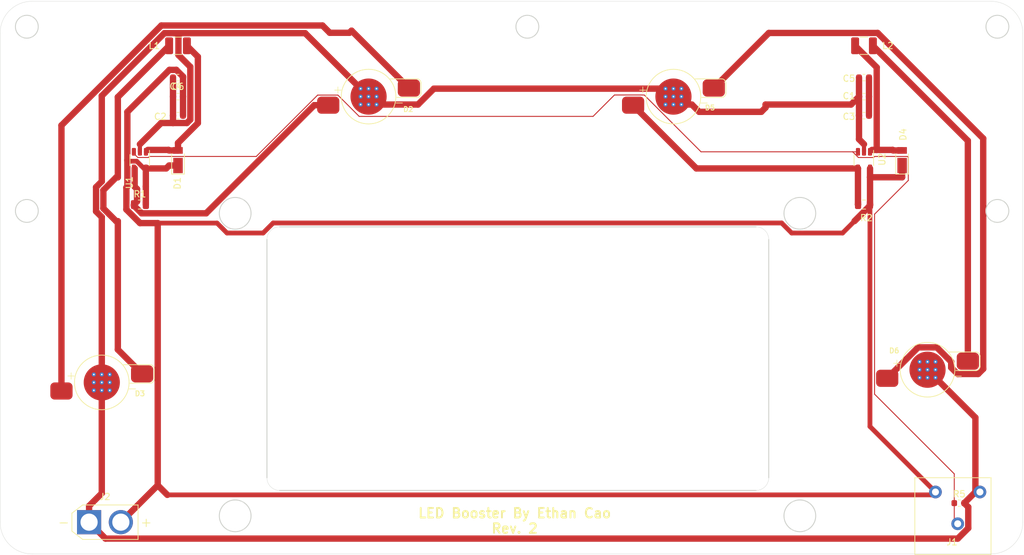
<source format=kicad_pcb>
(kicad_pcb (version 20171130) (host pcbnew "(5.1.6)-1")

  (general
    (thickness 1.6)
    (drawings 30)
    (tracks 227)
    (zones 0)
    (modules 21)
    (nets 12)
  )

  (page A4)
  (title_block
    (title Gloworm)
    (date 2020-07-04)
    (rev v0.4.0)
    (comment 1 "Copyright Franklin Harding 2020")
    (comment 2 "Licensed under CERN-OHL-P v2")
  )

  (layers
    (0 F.Cu signal)
    (31 B.Cu signal)
    (32 B.Adhes user)
    (33 F.Adhes user)
    (34 B.Paste user)
    (35 F.Paste user)
    (36 B.SilkS user)
    (37 F.SilkS user)
    (38 B.Mask user)
    (39 F.Mask user)
    (40 Dwgs.User user)
    (41 Cmts.User user)
    (42 Eco1.User user)
    (43 Eco2.User user)
    (44 Edge.Cuts user)
    (45 Margin user)
    (46 B.CrtYd user)
    (47 F.CrtYd user)
    (48 B.Fab user)
    (49 F.Fab user hide)
  )

  (setup
    (last_trace_width 0.75)
    (user_trace_width 0.2)
    (user_trace_width 0.25)
    (user_trace_width 0.3)
    (user_trace_width 0.4)
    (user_trace_width 0.5)
    (user_trace_width 0.75)
    (user_trace_width 1)
    (user_trace_width 1.5)
    (user_trace_width 2)
    (user_trace_width 2.5)
    (user_trace_width 3)
    (trace_clearance 0.15)
    (zone_clearance 0.5)
    (zone_45_only yes)
    (trace_min 0.127)
    (via_size 0.5)
    (via_drill 0.25)
    (via_min_size 0.5)
    (via_min_drill 0.25)
    (user_via 0.8 0.4)
    (uvia_size 0.5)
    (uvia_drill 0.25)
    (uvias_allowed no)
    (uvia_min_size 0.5)
    (uvia_min_drill 0.25)
    (edge_width 0.05)
    (segment_width 0.2)
    (pcb_text_width 0.3)
    (pcb_text_size 1.5 1.5)
    (mod_edge_width 0.12)
    (mod_text_size 0.8 0.8)
    (mod_text_width 0.15)
    (pad_size 5.7 5.7)
    (pad_drill 0)
    (pad_to_mask_clearance 0.0508)
    (aux_axis_origin 0 0)
    (grid_origin 95 135)
    (visible_elements 7FFFFFFF)
    (pcbplotparams
      (layerselection 0x010a8_7fffffff)
      (usegerberextensions false)
      (usegerberattributes true)
      (usegerberadvancedattributes true)
      (creategerberjobfile true)
      (excludeedgelayer false)
      (linewidth 0.100000)
      (plotframeref false)
      (viasonmask false)
      (mode 1)
      (useauxorigin false)
      (hpglpennumber 1)
      (hpglpenspeed 20)
      (hpglpendiameter 15.000000)
      (psnegative false)
      (psa4output false)
      (plotreference true)
      (plotvalue true)
      (plotinvisibletext false)
      (padsonsilk false)
      (subtractmaskfromsilk false)
      (outputformat 1)
      (mirror false)
      (drillshape 0)
      (scaleselection 1)
      (outputdirectory "./gerber"))
  )

  (net 0 "")
  (net 1 +12V)
  (net 2 GND)
  (net 3 "Net-(D1-Pad2)")
  (net 4 "Net-(D2-Pad2)")
  (net 5 "Net-(D2-Pad1)")
  (net 6 "Net-(D3-Pad1)")
  (net 7 "Net-(D4-Pad2)")
  (net 8 "Net-(D5-Pad2)")
  (net 9 "Net-(D5-Pad1)")
  (net 10 "Net-(D6-Pad1)")
  (net 11 /CTRL)

  (net_class Default "This is the default net class."
    (clearance 0.15)
    (trace_width 0.15)
    (via_dia 0.5)
    (via_drill 0.25)
    (uvia_dia 0.5)
    (uvia_drill 0.25)
    (add_net /CTRL)
  )

  (net_class Power ""
    (clearance 0.15)
    (trace_width 2)
    (via_dia 0.5)
    (via_drill 0.25)
    (uvia_dia 0.5)
    (uvia_drill 0.25)
    (add_net +12V)
    (add_net GND)
    (add_net "Net-(D1-Pad2)")
    (add_net "Net-(D2-Pad1)")
    (add_net "Net-(D2-Pad2)")
    (add_net "Net-(D3-Pad1)")
    (add_net "Net-(D4-Pad2)")
    (add_net "Net-(D5-Pad1)")
    (add_net "Net-(D5-Pad2)")
    (add_net "Net-(D6-Pad1)")
  )

  (module Resistor_SMD:R_0603_1608Metric (layer F.Cu) (tedit 5B301BBD) (tstamp 61B3240F)
    (at 207 133)
    (descr "Resistor SMD 0603 (1608 Metric), square (rectangular) end terminal, IPC_7351 nominal, (Body size source: http://www.tortai-tech.com/upload/download/2011102023233369053.pdf), generated with kicad-footprint-generator")
    (tags resistor)
    (path /5EEE75D7)
    (attr smd)
    (fp_text reference R5 (at 0 -1.43) (layer F.SilkS)
      (effects (font (size 1 1) (thickness 0.15)))
    )
    (fp_text value 47k (at 0 1.43) (layer F.Fab)
      (effects (font (size 1 1) (thickness 0.15)))
    )
    (fp_line (start 1.48 0.73) (end -1.48 0.73) (layer F.CrtYd) (width 0.05))
    (fp_line (start 1.48 -0.73) (end 1.48 0.73) (layer F.CrtYd) (width 0.05))
    (fp_line (start -1.48 -0.73) (end 1.48 -0.73) (layer F.CrtYd) (width 0.05))
    (fp_line (start -1.48 0.73) (end -1.48 -0.73) (layer F.CrtYd) (width 0.05))
    (fp_line (start -0.162779 0.51) (end 0.162779 0.51) (layer F.SilkS) (width 0.12))
    (fp_line (start -0.162779 -0.51) (end 0.162779 -0.51) (layer F.SilkS) (width 0.12))
    (fp_line (start 0.8 0.4) (end -0.8 0.4) (layer F.Fab) (width 0.1))
    (fp_line (start 0.8 -0.4) (end 0.8 0.4) (layer F.Fab) (width 0.1))
    (fp_line (start -0.8 -0.4) (end 0.8 -0.4) (layer F.Fab) (width 0.1))
    (fp_line (start -0.8 0.4) (end -0.8 -0.4) (layer F.Fab) (width 0.1))
    (fp_text user %R (at 0 0) (layer F.Fab)
      (effects (font (size 0.4 0.4) (thickness 0.06)))
    )
    (pad 2 smd roundrect (at 0.7875 0) (size 0.875 0.95) (layers F.Cu F.Paste F.Mask) (roundrect_rratio 0.25)
      (net 2 GND))
    (pad 1 smd roundrect (at -0.7875 0) (size 0.875 0.95) (layers F.Cu F.Paste F.Mask) (roundrect_rratio 0.25)
      (net 11 /CTRL))
    (model ${KISYS3DMOD}/Resistor_SMD.3dshapes/R_0603_1608Metric.wrl
      (at (xyz 0 0 0))
      (scale (xyz 1 1 1))
      (rotate (xyz 0 0 0))
    )
  )

  (module Connector_AMASS:AMASS_XT30U-M_1x02_P5.0mm_Vertical (layer F.Cu) (tedit 5C8E9CCA) (tstamp 6243D818)
    (at 70 136)
    (descr "Connector XT30 Vertical Cable Male, https://www.tme.eu/en/Document/3cbfa5cfa544d79584972dd5234a409e/XT30U%20SPEC.pdf")
    (tags "RC Connector XT30")
    (path /6243F974)
    (fp_text reference J2 (at 2.5 -4) (layer F.SilkS)
      (effects (font (size 1 1) (thickness 0.15)))
    )
    (fp_text value Conn_01x02 (at 2.5 4) (layer F.Fab)
      (effects (font (size 1 1) (thickness 0.15)))
    )
    (fp_line (start -3.1 1.8) (end -1.4 3.1) (layer F.CrtYd) (width 0.05))
    (fp_line (start -3.1 -1.8) (end -1.4 -3.1) (layer F.CrtYd) (width 0.05))
    (fp_line (start -1.4 3.1) (end 8.1 3.1) (layer F.CrtYd) (width 0.05))
    (fp_line (start -3.1 -1.8) (end -3.1 1.8) (layer F.CrtYd) (width 0.05))
    (fp_line (start 8.1 -3.1) (end 8.1 3.1) (layer F.CrtYd) (width 0.05))
    (fp_line (start -1.4 -3.1) (end 8.1 -3.1) (layer F.CrtYd) (width 0.05))
    (fp_line (start -2.71 -1.41) (end -2.71 1.41) (layer F.SilkS) (width 0.12))
    (fp_line (start -2.71 1.41) (end -1.01 2.71) (layer F.SilkS) (width 0.12))
    (fp_line (start -2.71 -1.41) (end -1.01 -2.71) (layer F.SilkS) (width 0.12))
    (fp_line (start -1.01 2.71) (end 7.71 2.71) (layer F.SilkS) (width 0.12))
    (fp_line (start 7.71 -2.71) (end 7.71 2.71) (layer F.SilkS) (width 0.12))
    (fp_line (start -1.01 -2.71) (end 7.71 -2.71) (layer F.SilkS) (width 0.12))
    (fp_line (start -2.6 1.3) (end -0.9 2.6) (layer F.Fab) (width 0.1))
    (fp_line (start -2.6 -1.3) (end -0.9 -2.6) (layer F.Fab) (width 0.1))
    (fp_line (start -0.9 2.6) (end 7.6 2.6) (layer F.Fab) (width 0.1))
    (fp_line (start -0.9 -2.6) (end 7.6 -2.6) (layer F.Fab) (width 0.1))
    (fp_line (start 7.6 -2.6) (end 7.6 2.6) (layer F.Fab) (width 0.1))
    (fp_line (start -2.6 -1.3) (end -2.6 1.3) (layer F.Fab) (width 0.1))
    (fp_text user - (at -4 0) (layer F.SilkS)
      (effects (font (size 1.5 1.5) (thickness 0.15)))
    )
    (fp_text user + (at 9 0) (layer F.SilkS)
      (effects (font (size 1.5 1.5) (thickness 0.15)))
    )
    (fp_text user %R (at 2.5 0) (layer F.Fab)
      (effects (font (size 1 1) (thickness 0.15)))
    )
    (pad 2 thru_hole circle (at 5 0) (size 3.8 3.8) (drill 2.7) (layers *.Cu *.Mask)
      (net 1 +12V))
    (pad 1 thru_hole rect (at 0 0) (size 3.8 3.8) (drill 2.7) (layers *.Cu *.Mask)
      (net 2 GND))
    (model ${KISYS3DMOD}/Connector_AMASS.3dshapes/AMASS_XT30U-M_1x02_P5.0mm_Vertical.wrl
      (at (xyz 0 0 0))
      (scale (xyz 1 1 1))
      (rotate (xyz 0 0 0))
    )
  )

  (module ledboard:WJ250B-3pin (layer F.Cu) (tedit 61B424A6) (tstamp 61B42BA0)
    (at 200 129)
    (path /61B4B1E3)
    (fp_text reference J1 (at 5.85 10.13) (layer F.SilkS)
      (effects (font (size 1 1) (thickness 0.15)))
    )
    (fp_text value Conn_01x03 (at 6 10) (layer F.Fab)
      (effects (font (size 1 1) (thickness 0.15)))
    )
    (fp_line (start 0 0) (end 0 12.1) (layer F.SilkS) (width 0.12))
    (fp_line (start 0 0) (end 12 0) (layer F.SilkS) (width 0.12))
    (fp_line (start 0 12.1) (end 12 12.1) (layer F.SilkS) (width 0.12))
    (fp_line (start 12 0) (end 12 12.1) (layer F.SilkS) (width 0.12))
    (pad 3 thru_hole circle (at 10.25 2.25) (size 2 2) (drill 1.1) (layers *.Cu *.Mask)
      (net 2 GND))
    (pad 2 thru_hole circle (at 6.75 7.25) (size 2 2) (drill 1.1) (layers *.Cu *.Mask)
      (net 11 /CTRL))
    (pad 1 thru_hole circle (at 3.25 2.25) (size 2 2) (drill 1.1) (layers *.Cu *.Mask)
      (net 1 +12V))
  )

  (module ledboard:LED_1W_3W_R8 (layer F.Cu) (tedit 5EFC74F2) (tstamp 61B32325)
    (at 114 69 180)
    (descr https://www.gme.cz/data/attachments/dsh.518-234.1.pdf)
    (tags "LED 1W 3W 5W")
    (path /5E9EDA52)
    (attr smd)
    (fp_text reference D2 (at -6.25 -2 180) (layer F.SilkS)
      (effects (font (size 0.8 0.8) (thickness 0.15)))
    )
    (fp_text value GRN (at 0 5.08 180) (layer F.Fab)
      (effects (font (size 1 1) (thickness 0.15)))
    )
    (fp_circle (center 0 0) (end 4.025 0) (layer F.Fab) (width 0.1))
    (fp_line (start 4.826 1.524) (end 4.826 0.508) (layer F.SilkS) (width 0.1))
    (fp_line (start -5.334 -1.016) (end -4.318 -1.016) (layer F.SilkS) (width 0.1))
    (fp_line (start 4.318 1.016) (end 5.334 1.016) (layer F.SilkS) (width 0.1))
    (fp_circle (center 0 0) (end -4.3 0) (layer F.SilkS) (width 0.12))
    (fp_line (start -4.445 -0.127) (end -7.58 -0.127) (layer F.SilkS) (width 0.12))
    (fp_line (start -8.255 0.548) (end -8.255 2.119) (layer F.SilkS) (width 0.12))
    (fp_line (start -7.58 2.794) (end -3.429 2.794) (layer F.SilkS) (width 0.12))
    (fp_line (start -4.59 -0.45) (end -8.55 -0.45) (layer F.CrtYd) (width 0.05))
    (fp_line (start -8.55 -0.45) (end -8.55 3.15) (layer F.CrtYd) (width 0.05))
    (fp_line (start -8.55 3.15) (end -3.37 3.15) (layer F.CrtYd) (width 0.05))
    (fp_line (start 3.37 -3.15) (end 8.55 -3.15) (layer F.CrtYd) (width 0.05))
    (fp_line (start 8.55 -3.15) (end 8.55 0.45) (layer F.CrtYd) (width 0.05))
    (fp_line (start 8.55 0.45) (end 4.59 0.45) (layer F.CrtYd) (width 0.05))
    (fp_line (start -1.27 0) (end 1.27 -1.27) (layer F.Fab) (width 0.1))
    (fp_line (start 1.27 -1.27) (end 1.27 1.27) (layer F.Fab) (width 0.1))
    (fp_line (start -1.27 0) (end 1.27 1.27) (layer F.Fab) (width 0.1))
    (fp_line (start 1.27 1.27) (end 1.27 0) (layer F.Fab) (width 0.1))
    (fp_line (start 1.27 0) (end 2.54 0) (layer F.Fab) (width 0.1))
    (fp_line (start -1.27 -1.27) (end -1.27 1.27) (layer F.Fab) (width 0.1))
    (fp_line (start -2.54 0) (end -1.27 0) (layer F.Fab) (width 0.1))
    (fp_arc (start -7.58 2.119) (end -8.255 2.119) (angle -90) (layer F.SilkS) (width 0.12))
    (fp_arc (start -7.58 0.548) (end -7.58 -0.127) (angle -90) (layer F.SilkS) (width 0.12))
    (fp_text user %R (at 0 -2.54 180) (layer F.Fab)
      (effects (font (size 1 1) (thickness 0.15)))
    )
    (fp_arc (start 0 0) (end 4.59 0.45) (angle 131.3332206) (layer F.CrtYd) (width 0.05))
    (fp_arc (start 0 0) (end -4.59 -0.45) (angle 131.3332206) (layer F.CrtYd) (width 0.05))
    (pad 2 smd roundrect (at 6.35 -1.35 180) (size 3.5 2.7) (layers F.Cu F.Paste F.Mask) (roundrect_rratio 0.25)
      (net 4 "Net-(D2-Pad2)"))
    (pad 1 smd roundrect (at -6.35 1.35 180) (size 3.5 2.7) (layers F.Cu F.Paste F.Mask) (roundrect_rratio 0.25)
      (net 5 "Net-(D2-Pad1)"))
    (pad 3 smd circle (at 0 0 180) (size 5.7 5.7) (layers F.Cu F.Paste F.Mask)
      (net 2 GND) (zone_connect 2))
    (pad 3 thru_hole circle (at 1.25 -1.25 180) (size 0.65 0.65) (drill 0.25) (layers *.Cu)
      (net 2 GND) (zone_connect 2))
    (pad 3 thru_hole circle (at 0 0 180) (size 0.65 0.65) (drill 0.25) (layers *.Cu)
      (net 2 GND) (zone_connect 2))
    (pad 3 thru_hole circle (at 0 -1.25 180) (size 0.65 0.65) (drill 0.25) (layers *.Cu)
      (net 2 GND) (zone_connect 2))
    (pad 3 thru_hole circle (at -1.25 0 180) (size 0.65 0.65) (drill 0.25) (layers *.Cu)
      (net 2 GND) (zone_connect 2))
    (pad 3 thru_hole circle (at -1.25 -1.25 180) (size 0.65 0.65) (drill 0.25) (layers *.Cu)
      (net 2 GND) (zone_connect 2))
    (pad 3 thru_hole circle (at -1.25 1.25 180) (size 0.65 0.65) (drill 0.25) (layers *.Cu)
      (net 2 GND) (zone_connect 2))
    (pad 3 thru_hole circle (at 0 1.25 180) (size 0.65 0.65) (drill 0.25) (layers *.Cu)
      (net 2 GND) (zone_connect 2))
    (pad 3 thru_hole circle (at 1.25 1.25 180) (size 0.65 0.65) (drill 0.25) (layers *.Cu)
      (net 2 GND) (zone_connect 2))
    (pad 3 thru_hole circle (at 1.25 0 180) (size 0.65 0.65) (drill 0.25) (layers *.Cu)
      (net 2 GND) (zone_connect 2))
    (model ${KISYS3DMOD}/LED_SMD.3dshapes/LED_1W_3W_R8.wrl
      (at (xyz 0 0 0))
      (scale (xyz 1 1 1))
      (rotate (xyz 0 0 0))
    )
    (model ${KIPRJMOD}/ledboard.3dshapes/1W_3W_LED.stp
      (at (xyz 0 0 0))
      (scale (xyz 1 1 1))
      (rotate (xyz 0 0 0))
    )
  )

  (module ledboard:TSOT-23-5_RoundRect (layer F.Cu) (tedit 5EECEA22) (tstamp 61B32424)
    (at 78 79 270)
    (descr "5-pin TSOT23 package, http://cds.linear.com/docs/en/packaging/SOT_5_05-08-1635.pdf")
    (tags TSOT-23-5)
    (path /5E980A5D)
    (attr smd)
    (fp_text reference U1 (at 3.55 1.65 90) (layer F.SilkS)
      (effects (font (size 1 1) (thickness 0.15)))
    )
    (fp_text value AL8860 (at 0 2.5 90) (layer F.Fab)
      (effects (font (size 1 1) (thickness 0.15)))
    )
    (fp_line (start -0.88 1.56) (end 0.88 1.56) (layer F.SilkS) (width 0.12))
    (fp_line (start 0.88 -1.51) (end -1.55 -1.51) (layer F.SilkS) (width 0.12))
    (fp_line (start -0.88 -1) (end -0.43 -1.45) (layer F.Fab) (width 0.1))
    (fp_line (start 0.88 -1.45) (end -0.43 -1.45) (layer F.Fab) (width 0.1))
    (fp_line (start -0.88 -1) (end -0.88 1.45) (layer F.Fab) (width 0.1))
    (fp_line (start 0.88 1.45) (end -0.88 1.45) (layer F.Fab) (width 0.1))
    (fp_line (start 0.88 -1.45) (end 0.88 1.45) (layer F.Fab) (width 0.1))
    (fp_line (start -2.17 -1.7) (end 2.17 -1.7) (layer F.CrtYd) (width 0.05))
    (fp_line (start -2.17 -1.7) (end -2.17 1.7) (layer F.CrtYd) (width 0.05))
    (fp_line (start 2.17 1.7) (end 2.17 -1.7) (layer F.CrtYd) (width 0.05))
    (fp_line (start 2.17 1.7) (end -2.17 1.7) (layer F.CrtYd) (width 0.05))
    (fp_text user %R (at 0 0) (layer F.Fab)
      (effects (font (size 0.5 0.5) (thickness 0.075)))
    )
    (pad 5 smd roundrect (at 1.31 -0.95 270) (size 1.22 0.65) (layers F.Cu F.Paste F.Mask) (roundrect_rratio 0.25)
      (net 1 +12V))
    (pad 4 smd roundrect (at 1.31 0.95 270) (size 1.22 0.65) (layers F.Cu F.Paste F.Mask) (roundrect_rratio 0.25)
      (net 4 "Net-(D2-Pad2)"))
    (pad 3 smd roundrect (at -1.31 0.95 270) (size 1.22 0.65) (layers F.Cu F.Paste F.Mask) (roundrect_rratio 0.25)
      (net 11 /CTRL))
    (pad 2 smd roundrect (at -1.31 0 270) (size 1.22 0.65) (layers F.Cu F.Paste F.Mask) (roundrect_rratio 0.25)
      (net 2 GND))
    (pad 1 smd roundrect (at -1.31 -0.95 270) (size 1.22 0.65) (layers F.Cu F.Paste F.Mask) (roundrect_rratio 0.25)
      (net 3 "Net-(D1-Pad2)"))
    (model ${KISYS3DMOD}/Package_TO_SOT_SMD.3dshapes/TSOT-23-5.wrl
      (at (xyz 0 0 0))
      (scale (xyz 1 1 1))
      (rotate (xyz 0 0 0))
    )
  )

  (module Capacitor_SMD:C_0603_1608Metric (layer F.Cu) (tedit 5B301BBE) (tstamp 61B322C0)
    (at 84 69 180)
    (descr "Capacitor SMD 0603 (1608 Metric), square (rectangular) end terminal, IPC_7351 nominal, (Body size source: http://www.tortai-tech.com/upload/download/2011102023233369053.pdf), generated with kicad-footprint-generator")
    (tags capacitor)
    (path /5F081506)
    (attr smd)
    (fp_text reference C4 (at 0.35 1.6) (layer F.SilkS)
      (effects (font (size 1 1) (thickness 0.15)))
    )
    (fp_text value 100n (at 0 1.43) (layer F.Fab)
      (effects (font (size 1 1) (thickness 0.15)))
    )
    (fp_line (start -0.8 0.4) (end -0.8 -0.4) (layer F.Fab) (width 0.1))
    (fp_line (start -0.8 -0.4) (end 0.8 -0.4) (layer F.Fab) (width 0.1))
    (fp_line (start 0.8 -0.4) (end 0.8 0.4) (layer F.Fab) (width 0.1))
    (fp_line (start 0.8 0.4) (end -0.8 0.4) (layer F.Fab) (width 0.1))
    (fp_line (start -0.162779 -0.51) (end 0.162779 -0.51) (layer F.SilkS) (width 0.12))
    (fp_line (start -0.162779 0.51) (end 0.162779 0.51) (layer F.SilkS) (width 0.12))
    (fp_line (start -1.48 0.73) (end -1.48 -0.73) (layer F.CrtYd) (width 0.05))
    (fp_line (start -1.48 -0.73) (end 1.48 -0.73) (layer F.CrtYd) (width 0.05))
    (fp_line (start 1.48 -0.73) (end 1.48 0.73) (layer F.CrtYd) (width 0.05))
    (fp_line (start 1.48 0.73) (end -1.48 0.73) (layer F.CrtYd) (width 0.05))
    (fp_text user %R (at 0 0) (layer F.Fab)
      (effects (font (size 0.4 0.4) (thickness 0.06)))
    )
    (pad 2 smd roundrect (at 0.7875 0 180) (size 0.875 0.95) (layers F.Cu F.Paste F.Mask) (roundrect_rratio 0.25)
      (net 2 GND))
    (pad 1 smd roundrect (at -0.7875 0 180) (size 0.875 0.95) (layers F.Cu F.Paste F.Mask) (roundrect_rratio 0.25)
      (net 1 +12V))
    (model ${KISYS3DMOD}/Capacitor_SMD.3dshapes/C_0603_1608Metric.wrl
      (at (xyz 0 0 0))
      (scale (xyz 1 1 1))
      (rotate (xyz 0 0 0))
    )
  )

  (module Capacitor_SMD:C_0603_1608Metric (layer F.Cu) (tedit 5B301BBE) (tstamp 61B322B1)
    (at 192 72 180)
    (descr "Capacitor SMD 0603 (1608 Metric), square (rectangular) end terminal, IPC_7351 nominal, (Body size source: http://www.tortai-tech.com/upload/download/2011102023233369053.pdf), generated with kicad-footprint-generator")
    (tags capacitor)
    (path /5F03E40A)
    (attr smd)
    (fp_text reference C3 (at 2.37 -0.15) (layer F.SilkS)
      (effects (font (size 1 1) (thickness 0.15)))
    )
    (fp_text value 100n (at 0 1.43) (layer F.Fab)
      (effects (font (size 1 1) (thickness 0.15)))
    )
    (fp_line (start -0.8 0.4) (end -0.8 -0.4) (layer F.Fab) (width 0.1))
    (fp_line (start -0.8 -0.4) (end 0.8 -0.4) (layer F.Fab) (width 0.1))
    (fp_line (start 0.8 -0.4) (end 0.8 0.4) (layer F.Fab) (width 0.1))
    (fp_line (start 0.8 0.4) (end -0.8 0.4) (layer F.Fab) (width 0.1))
    (fp_line (start -0.162779 -0.51) (end 0.162779 -0.51) (layer F.SilkS) (width 0.12))
    (fp_line (start -0.162779 0.51) (end 0.162779 0.51) (layer F.SilkS) (width 0.12))
    (fp_line (start -1.48 0.73) (end -1.48 -0.73) (layer F.CrtYd) (width 0.05))
    (fp_line (start -1.48 -0.73) (end 1.48 -0.73) (layer F.CrtYd) (width 0.05))
    (fp_line (start 1.48 -0.73) (end 1.48 0.73) (layer F.CrtYd) (width 0.05))
    (fp_line (start 1.48 0.73) (end -1.48 0.73) (layer F.CrtYd) (width 0.05))
    (fp_text user %R (at 0 0) (layer F.Fab)
      (effects (font (size 0.4 0.4) (thickness 0.06)))
    )
    (pad 2 smd roundrect (at 0.7875 0 180) (size 0.875 0.95) (layers F.Cu F.Paste F.Mask) (roundrect_rratio 0.25)
      (net 2 GND))
    (pad 1 smd roundrect (at -0.7875 0 180) (size 0.875 0.95) (layers F.Cu F.Paste F.Mask) (roundrect_rratio 0.25)
      (net 1 +12V))
    (model ${KISYS3DMOD}/Capacitor_SMD.3dshapes/C_0603_1608Metric.wrl
      (at (xyz 0 0 0))
      (scale (xyz 1 1 1))
      (rotate (xyz 0 0 0))
    )
  )

  (module ledboard:LED_1W_3W_R8 (layer F.Cu) (tedit 5EFC74F2) (tstamp 61B32392)
    (at 162 69 180)
    (descr https://www.gme.cz/data/attachments/dsh.518-234.1.pdf)
    (tags "LED 1W 3W 5W")
    (path /5EFB2D64)
    (attr smd)
    (fp_text reference D5 (at -5.75 -1.75 180) (layer F.SilkS)
      (effects (font (size 0.8 0.8) (thickness 0.15)))
    )
    (fp_text value GRN (at 0 5.08 180) (layer F.Fab)
      (effects (font (size 1 1) (thickness 0.15)))
    )
    (fp_circle (center 0 0) (end 4.025 0) (layer F.Fab) (width 0.1))
    (fp_line (start 4.826 1.524) (end 4.826 0.508) (layer F.SilkS) (width 0.1))
    (fp_line (start -5.334 -1.016) (end -4.318 -1.016) (layer F.SilkS) (width 0.1))
    (fp_line (start 4.318 1.016) (end 5.334 1.016) (layer F.SilkS) (width 0.1))
    (fp_circle (center 0 0) (end -4.3 0) (layer F.SilkS) (width 0.12))
    (fp_line (start -4.445 -0.127) (end -7.58 -0.127) (layer F.SilkS) (width 0.12))
    (fp_line (start -8.255 0.548) (end -8.255 2.119) (layer F.SilkS) (width 0.12))
    (fp_line (start -7.58 2.794) (end -3.429 2.794) (layer F.SilkS) (width 0.12))
    (fp_line (start -4.59 -0.45) (end -8.55 -0.45) (layer F.CrtYd) (width 0.05))
    (fp_line (start -8.55 -0.45) (end -8.55 3.15) (layer F.CrtYd) (width 0.05))
    (fp_line (start -8.55 3.15) (end -3.37 3.15) (layer F.CrtYd) (width 0.05))
    (fp_line (start 3.37 -3.15) (end 8.55 -3.15) (layer F.CrtYd) (width 0.05))
    (fp_line (start 8.55 -3.15) (end 8.55 0.45) (layer F.CrtYd) (width 0.05))
    (fp_line (start 8.55 0.45) (end 4.59 0.45) (layer F.CrtYd) (width 0.05))
    (fp_line (start -1.27 0) (end 1.27 -1.27) (layer F.Fab) (width 0.1))
    (fp_line (start 1.27 -1.27) (end 1.27 1.27) (layer F.Fab) (width 0.1))
    (fp_line (start -1.27 0) (end 1.27 1.27) (layer F.Fab) (width 0.1))
    (fp_line (start 1.27 1.27) (end 1.27 0) (layer F.Fab) (width 0.1))
    (fp_line (start 1.27 0) (end 2.54 0) (layer F.Fab) (width 0.1))
    (fp_line (start -1.27 -1.27) (end -1.27 1.27) (layer F.Fab) (width 0.1))
    (fp_line (start -2.54 0) (end -1.27 0) (layer F.Fab) (width 0.1))
    (fp_arc (start -7.58 2.119) (end -8.255 2.119) (angle -90) (layer F.SilkS) (width 0.12))
    (fp_arc (start -7.58 0.548) (end -7.58 -0.127) (angle -90) (layer F.SilkS) (width 0.12))
    (fp_text user %R (at 0 -2.54 180) (layer F.Fab)
      (effects (font (size 1 1) (thickness 0.15)))
    )
    (fp_arc (start 0 0) (end 4.59 0.45) (angle 131.3332206) (layer F.CrtYd) (width 0.05))
    (fp_arc (start 0 0) (end -4.59 -0.45) (angle 131.3332206) (layer F.CrtYd) (width 0.05))
    (pad 2 smd roundrect (at 6.35 -1.35 180) (size 3.5 2.7) (layers F.Cu F.Paste F.Mask) (roundrect_rratio 0.25)
      (net 8 "Net-(D5-Pad2)"))
    (pad 1 smd roundrect (at -6.35 1.35 180) (size 3.5 2.7) (layers F.Cu F.Paste F.Mask) (roundrect_rratio 0.25)
      (net 9 "Net-(D5-Pad1)"))
    (pad 3 smd circle (at 0 0 180) (size 5.7 5.7) (layers F.Cu F.Paste F.Mask)
      (net 2 GND) (zone_connect 2))
    (pad 3 thru_hole circle (at 1.25 -1.25 180) (size 0.65 0.65) (drill 0.25) (layers *.Cu)
      (net 2 GND) (zone_connect 2))
    (pad 3 thru_hole circle (at 0 0 180) (size 0.65 0.65) (drill 0.25) (layers *.Cu)
      (net 2 GND) (zone_connect 2))
    (pad 3 thru_hole circle (at 0 -1.25 180) (size 0.65 0.65) (drill 0.25) (layers *.Cu)
      (net 2 GND) (zone_connect 2))
    (pad 3 thru_hole circle (at -1.25 0 180) (size 0.65 0.65) (drill 0.25) (layers *.Cu)
      (net 2 GND) (zone_connect 2))
    (pad 3 thru_hole circle (at -1.25 -1.25 180) (size 0.65 0.65) (drill 0.25) (layers *.Cu)
      (net 2 GND) (zone_connect 2))
    (pad 3 thru_hole circle (at -1.25 1.25 180) (size 0.65 0.65) (drill 0.25) (layers *.Cu)
      (net 2 GND) (zone_connect 2))
    (pad 3 thru_hole circle (at 0 1.25 180) (size 0.65 0.65) (drill 0.25) (layers *.Cu)
      (net 2 GND) (zone_connect 2))
    (pad 3 thru_hole circle (at 1.25 1.25 180) (size 0.65 0.65) (drill 0.25) (layers *.Cu)
      (net 2 GND) (zone_connect 2))
    (pad 3 thru_hole circle (at 1.25 0 180) (size 0.65 0.65) (drill 0.25) (layers *.Cu)
      (net 2 GND) (zone_connect 2))
    (model ${KISYS3DMOD}/LED_SMD.3dshapes/LED_1W_3W_R8.wrl
      (at (xyz 0 0 0))
      (scale (xyz 1 1 1))
      (rotate (xyz 0 0 0))
    )
    (model ${KIPRJMOD}/ledboard.3dshapes/1W_3W_LED.stp
      (at (xyz 0 0 0))
      (scale (xyz 1 1 1))
      (rotate (xyz 0 0 0))
    )
  )

  (module ledboard:TSOT-23-5_RoundRect (layer F.Cu) (tedit 5EECEA22) (tstamp 61B32439)
    (at 192 79 270)
    (descr "5-pin TSOT23 package, http://cds.linear.com/docs/en/packaging/SOT_5_05-08-1635.pdf")
    (tags TSOT-23-5)
    (path /68FCAE54)
    (attr smd)
    (fp_text reference U2 (at -0.12 -2.85 90) (layer F.SilkS)
      (effects (font (size 1 1) (thickness 0.15)))
    )
    (fp_text value AL8860 (at 0 2.5 90) (layer F.Fab)
      (effects (font (size 1 1) (thickness 0.15)))
    )
    (fp_line (start -0.88 1.56) (end 0.88 1.56) (layer F.SilkS) (width 0.12))
    (fp_line (start 0.88 -1.51) (end -1.55 -1.51) (layer F.SilkS) (width 0.12))
    (fp_line (start -0.88 -1) (end -0.43 -1.45) (layer F.Fab) (width 0.1))
    (fp_line (start 0.88 -1.45) (end -0.43 -1.45) (layer F.Fab) (width 0.1))
    (fp_line (start -0.88 -1) (end -0.88 1.45) (layer F.Fab) (width 0.1))
    (fp_line (start 0.88 1.45) (end -0.88 1.45) (layer F.Fab) (width 0.1))
    (fp_line (start 0.88 -1.45) (end 0.88 1.45) (layer F.Fab) (width 0.1))
    (fp_line (start -2.17 -1.7) (end 2.17 -1.7) (layer F.CrtYd) (width 0.05))
    (fp_line (start -2.17 -1.7) (end -2.17 1.7) (layer F.CrtYd) (width 0.05))
    (fp_line (start 2.17 1.7) (end 2.17 -1.7) (layer F.CrtYd) (width 0.05))
    (fp_line (start 2.17 1.7) (end -2.17 1.7) (layer F.CrtYd) (width 0.05))
    (fp_text user %R (at 0 0) (layer F.Fab)
      (effects (font (size 0.5 0.5) (thickness 0.075)))
    )
    (pad 5 smd roundrect (at 1.31 -0.95 270) (size 1.22 0.65) (layers F.Cu F.Paste F.Mask) (roundrect_rratio 0.25)
      (net 1 +12V))
    (pad 4 smd roundrect (at 1.31 0.95 270) (size 1.22 0.65) (layers F.Cu F.Paste F.Mask) (roundrect_rratio 0.25)
      (net 8 "Net-(D5-Pad2)"))
    (pad 3 smd roundrect (at -1.31 0.95 270) (size 1.22 0.65) (layers F.Cu F.Paste F.Mask) (roundrect_rratio 0.25)
      (net 11 /CTRL))
    (pad 2 smd roundrect (at -1.31 0 270) (size 1.22 0.65) (layers F.Cu F.Paste F.Mask) (roundrect_rratio 0.25)
      (net 2 GND))
    (pad 1 smd roundrect (at -1.31 -0.95 270) (size 1.22 0.65) (layers F.Cu F.Paste F.Mask) (roundrect_rratio 0.25)
      (net 7 "Net-(D4-Pad2)"))
    (model ${KISYS3DMOD}/Package_TO_SOT_SMD.3dshapes/TSOT-23-5.wrl
      (at (xyz 0 0 0))
      (scale (xyz 1 1 1))
      (rotate (xyz 0 0 0))
    )
  )

  (module Capacitor_SMD:C_0603_1608Metric (layer F.Cu) (tedit 5B301BBE) (tstamp 61B322D1)
    (at 192 66 180)
    (descr "Capacitor SMD 0603 (1608 Metric), square (rectangular) end terminal, IPC_7351 nominal, (Body size source: http://www.tortai-tech.com/upload/download/2011102023233369053.pdf), generated with kicad-footprint-generator")
    (tags capacitor)
    (path /5F09B7D2)
    (attr smd)
    (fp_text reference C5 (at 2.37 -0.15) (layer F.SilkS)
      (effects (font (size 1 1) (thickness 0.15)))
    )
    (fp_text value 10u (at 0 1.43) (layer F.Fab)
      (effects (font (size 1 1) (thickness 0.15)))
    )
    (fp_line (start 1.48 0.73) (end -1.48 0.73) (layer F.CrtYd) (width 0.05))
    (fp_line (start 1.48 -0.73) (end 1.48 0.73) (layer F.CrtYd) (width 0.05))
    (fp_line (start -1.48 -0.73) (end 1.48 -0.73) (layer F.CrtYd) (width 0.05))
    (fp_line (start -1.48 0.73) (end -1.48 -0.73) (layer F.CrtYd) (width 0.05))
    (fp_line (start -0.162779 0.51) (end 0.162779 0.51) (layer F.SilkS) (width 0.12))
    (fp_line (start -0.162779 -0.51) (end 0.162779 -0.51) (layer F.SilkS) (width 0.12))
    (fp_line (start 0.8 0.4) (end -0.8 0.4) (layer F.Fab) (width 0.1))
    (fp_line (start 0.8 -0.4) (end 0.8 0.4) (layer F.Fab) (width 0.1))
    (fp_line (start -0.8 -0.4) (end 0.8 -0.4) (layer F.Fab) (width 0.1))
    (fp_line (start -0.8 0.4) (end -0.8 -0.4) (layer F.Fab) (width 0.1))
    (fp_text user %R (at 0 0) (layer F.Fab)
      (effects (font (size 0.4 0.4) (thickness 0.06)))
    )
    (pad 2 smd roundrect (at 0.7875 0 180) (size 0.875 0.95) (layers F.Cu F.Paste F.Mask) (roundrect_rratio 0.25)
      (net 2 GND))
    (pad 1 smd roundrect (at -0.7875 0 180) (size 0.875 0.95) (layers F.Cu F.Paste F.Mask) (roundrect_rratio 0.25)
      (net 1 +12V))
    (model ${KISYS3DMOD}/Capacitor_SMD.3dshapes/C_0603_1608Metric.wrl
      (at (xyz 0 0 0))
      (scale (xyz 1 1 1))
      (rotate (xyz 0 0 0))
    )
  )

  (module Capacitor_SMD:C_0603_1608Metric locked (layer F.Cu) (tedit 5B301BBE) (tstamp 61B322E2)
    (at 84 66 180)
    (descr "Capacitor SMD 0603 (1608 Metric), square (rectangular) end terminal, IPC_7351 nominal, (Body size source: http://www.tortai-tech.com/upload/download/2011102023233369053.pdf), generated with kicad-footprint-generator")
    (tags capacitor)
    (path /5F0AA5F4)
    (attr smd)
    (fp_text reference C6 (at 0 -1.43) (layer F.SilkS)
      (effects (font (size 1 1) (thickness 0.15)))
    )
    (fp_text value 10u (at 0 1.43) (layer F.Fab)
      (effects (font (size 1 1) (thickness 0.15)))
    )
    (fp_line (start 1.48 0.73) (end -1.48 0.73) (layer F.CrtYd) (width 0.05))
    (fp_line (start 1.48 -0.73) (end 1.48 0.73) (layer F.CrtYd) (width 0.05))
    (fp_line (start -1.48 -0.73) (end 1.48 -0.73) (layer F.CrtYd) (width 0.05))
    (fp_line (start -1.48 0.73) (end -1.48 -0.73) (layer F.CrtYd) (width 0.05))
    (fp_line (start -0.162779 0.51) (end 0.162779 0.51) (layer F.SilkS) (width 0.12))
    (fp_line (start -0.162779 -0.51) (end 0.162779 -0.51) (layer F.SilkS) (width 0.12))
    (fp_line (start 0.8 0.4) (end -0.8 0.4) (layer F.Fab) (width 0.1))
    (fp_line (start 0.8 -0.4) (end 0.8 0.4) (layer F.Fab) (width 0.1))
    (fp_line (start -0.8 -0.4) (end 0.8 -0.4) (layer F.Fab) (width 0.1))
    (fp_line (start -0.8 0.4) (end -0.8 -0.4) (layer F.Fab) (width 0.1))
    (fp_text user %R (at 0 0) (layer F.Fab)
      (effects (font (size 0.4 0.4) (thickness 0.06)))
    )
    (pad 2 smd roundrect (at 0.7875 0 180) (size 0.875 0.95) (layers F.Cu F.Paste F.Mask) (roundrect_rratio 0.25)
      (net 2 GND))
    (pad 1 smd roundrect (at -0.7875 0 180) (size 0.875 0.95) (layers F.Cu F.Paste F.Mask) (roundrect_rratio 0.25)
      (net 1 +12V))
    (model ${KISYS3DMOD}/Capacitor_SMD.3dshapes/C_0603_1608Metric.wrl
      (at (xyz 0 0 0))
      (scale (xyz 1 1 1))
      (rotate (xyz 0 0 0))
    )
  )

  (module Inductor_SMD:L_1210_3225Metric (layer F.Cu) (tedit 5B301BBE) (tstamp 61B323CD)
    (at 84 61)
    (descr "Inductor SMD 1210 (3225 Metric), square (rectangular) end terminal, IPC_7351 nominal, (Body size source: http://www.tortai-tech.com/upload/download/2011102023233369053.pdf), generated with kicad-footprint-generator")
    (tags inductor)
    (path /5E984BAD)
    (attr smd)
    (fp_text reference L1 (at -3.75 0) (layer F.SilkS)
      (effects (font (size 1 1) (thickness 0.15)))
    )
    (fp_text value 33u (at 0 2.28) (layer F.Fab)
      (effects (font (size 1 1) (thickness 0.15)))
    )
    (fp_line (start 2.28 1.58) (end -2.28 1.58) (layer F.CrtYd) (width 0.05))
    (fp_line (start 2.28 -1.58) (end 2.28 1.58) (layer F.CrtYd) (width 0.05))
    (fp_line (start -2.28 -1.58) (end 2.28 -1.58) (layer F.CrtYd) (width 0.05))
    (fp_line (start -2.28 1.58) (end -2.28 -1.58) (layer F.CrtYd) (width 0.05))
    (fp_line (start -0.602064 1.36) (end 0.602064 1.36) (layer F.SilkS) (width 0.12))
    (fp_line (start -0.602064 -1.36) (end 0.602064 -1.36) (layer F.SilkS) (width 0.12))
    (fp_line (start 1.6 1.25) (end -1.6 1.25) (layer F.Fab) (width 0.1))
    (fp_line (start 1.6 -1.25) (end 1.6 1.25) (layer F.Fab) (width 0.1))
    (fp_line (start -1.6 -1.25) (end 1.6 -1.25) (layer F.Fab) (width 0.1))
    (fp_line (start -1.6 1.25) (end -1.6 -1.25) (layer F.Fab) (width 0.1))
    (fp_text user %R (at 0 0) (layer F.Fab)
      (effects (font (size 0.8 0.8) (thickness 0.12)))
    )
    (pad 2 smd roundrect (at 1.4 0) (size 1.25 2.65) (layers F.Cu F.Paste F.Mask) (roundrect_rratio 0.2)
      (net 3 "Net-(D1-Pad2)"))
    (pad 1 smd roundrect (at -1.4 0) (size 1.25 2.65) (layers F.Cu F.Paste F.Mask) (roundrect_rratio 0.2)
      (net 6 "Net-(D3-Pad1)"))
    (model ${KISYS3DMOD}/Inductor_SMD.3dshapes/L_1210_3225Metric.wrl
      (at (xyz 0 0 0))
      (scale (xyz 1 1 1))
      (rotate (xyz 0 0 0))
    )
  )

  (module ledboard:LED_1W_3W_R8 (layer F.Cu) (tedit 5EFC74F2) (tstamp 61B323BC)
    (at 202 112 180)
    (descr https://www.gme.cz/data/attachments/dsh.518-234.1.pdf)
    (tags "LED 1W 3W 5W")
    (path /5EFB3745)
    (attr smd)
    (fp_text reference D6 (at 5.25 3 180) (layer F.SilkS)
      (effects (font (size 0.8 0.8) (thickness 0.15)))
    )
    (fp_text value GRN (at 0 5.08 180) (layer F.Fab)
      (effects (font (size 1 1) (thickness 0.15)))
    )
    (fp_circle (center 0 0) (end 4.025 0) (layer F.Fab) (width 0.1))
    (fp_line (start 4.826 1.524) (end 4.826 0.508) (layer F.SilkS) (width 0.1))
    (fp_line (start -5.334 -1.016) (end -4.318 -1.016) (layer F.SilkS) (width 0.1))
    (fp_line (start 4.318 1.016) (end 5.334 1.016) (layer F.SilkS) (width 0.1))
    (fp_circle (center 0 0) (end -4.3 0) (layer F.SilkS) (width 0.12))
    (fp_line (start -4.445 -0.127) (end -7.58 -0.127) (layer F.SilkS) (width 0.12))
    (fp_line (start -8.255 0.548) (end -8.255 2.119) (layer F.SilkS) (width 0.12))
    (fp_line (start -7.58 2.794) (end -3.429 2.794) (layer F.SilkS) (width 0.12))
    (fp_line (start -4.59 -0.45) (end -8.55 -0.45) (layer F.CrtYd) (width 0.05))
    (fp_line (start -8.55 -0.45) (end -8.55 3.15) (layer F.CrtYd) (width 0.05))
    (fp_line (start -8.55 3.15) (end -3.37 3.15) (layer F.CrtYd) (width 0.05))
    (fp_line (start 3.37 -3.15) (end 8.55 -3.15) (layer F.CrtYd) (width 0.05))
    (fp_line (start 8.55 -3.15) (end 8.55 0.45) (layer F.CrtYd) (width 0.05))
    (fp_line (start 8.55 0.45) (end 4.59 0.45) (layer F.CrtYd) (width 0.05))
    (fp_line (start -1.27 0) (end 1.27 -1.27) (layer F.Fab) (width 0.1))
    (fp_line (start 1.27 -1.27) (end 1.27 1.27) (layer F.Fab) (width 0.1))
    (fp_line (start -1.27 0) (end 1.27 1.27) (layer F.Fab) (width 0.1))
    (fp_line (start 1.27 1.27) (end 1.27 0) (layer F.Fab) (width 0.1))
    (fp_line (start 1.27 0) (end 2.54 0) (layer F.Fab) (width 0.1))
    (fp_line (start -1.27 -1.27) (end -1.27 1.27) (layer F.Fab) (width 0.1))
    (fp_line (start -2.54 0) (end -1.27 0) (layer F.Fab) (width 0.1))
    (fp_arc (start -7.58 2.119) (end -8.255 2.119) (angle -90) (layer F.SilkS) (width 0.12))
    (fp_arc (start -7.58 0.548) (end -7.58 -0.127) (angle -90) (layer F.SilkS) (width 0.12))
    (fp_text user %R (at 0 -2.54 180) (layer F.Fab)
      (effects (font (size 1 1) (thickness 0.15)))
    )
    (fp_arc (start 0 0) (end 4.59 0.45) (angle 131.3332206) (layer F.CrtYd) (width 0.05))
    (fp_arc (start 0 0) (end -4.59 -0.45) (angle 131.3332206) (layer F.CrtYd) (width 0.05))
    (pad 2 smd roundrect (at 6.35 -1.35 180) (size 3.5 2.7) (layers F.Cu F.Paste F.Mask) (roundrect_rratio 0.25)
      (net 9 "Net-(D5-Pad1)"))
    (pad 1 smd roundrect (at -6.35 1.35 180) (size 3.5 2.7) (layers F.Cu F.Paste F.Mask) (roundrect_rratio 0.25)
      (net 10 "Net-(D6-Pad1)"))
    (pad 3 smd circle (at 0 0 180) (size 5.7 5.7) (layers F.Cu F.Paste F.Mask)
      (net 2 GND) (zone_connect 2))
    (pad 3 thru_hole circle (at 1.25 -1.25 180) (size 0.65 0.65) (drill 0.25) (layers *.Cu)
      (net 2 GND) (zone_connect 2))
    (pad 3 thru_hole circle (at 0 0 180) (size 0.65 0.65) (drill 0.25) (layers *.Cu)
      (net 2 GND) (zone_connect 2))
    (pad 3 thru_hole circle (at 0 -1.25 180) (size 0.65 0.65) (drill 0.25) (layers *.Cu)
      (net 2 GND) (zone_connect 2))
    (pad 3 thru_hole circle (at -1.25 0 180) (size 0.65 0.65) (drill 0.25) (layers *.Cu)
      (net 2 GND) (zone_connect 2))
    (pad 3 thru_hole circle (at -1.25 -1.25 180) (size 0.65 0.65) (drill 0.25) (layers *.Cu)
      (net 2 GND) (zone_connect 2))
    (pad 3 thru_hole circle (at -1.25 1.25 180) (size 0.65 0.65) (drill 0.25) (layers *.Cu)
      (net 2 GND) (zone_connect 2))
    (pad 3 thru_hole circle (at 0 1.25 180) (size 0.65 0.65) (drill 0.25) (layers *.Cu)
      (net 2 GND) (zone_connect 2))
    (pad 3 thru_hole circle (at 1.25 1.25 180) (size 0.65 0.65) (drill 0.25) (layers *.Cu)
      (net 2 GND) (zone_connect 2))
    (pad 3 thru_hole circle (at 1.25 0 180) (size 0.65 0.65) (drill 0.25) (layers *.Cu)
      (net 2 GND) (zone_connect 2))
    (model ${KISYS3DMOD}/LED_SMD.3dshapes/LED_1W_3W_R8.wrl
      (at (xyz 0 0 0))
      (scale (xyz 1 1 1))
      (rotate (xyz 0 0 0))
    )
    (model ${KIPRJMOD}/ledboard.3dshapes/1W_3W_LED.stp
      (at (xyz 0 0 0))
      (scale (xyz 1 1 1))
      (rotate (xyz 0 0 0))
    )
  )

  (module Capacitor_SMD:C_0603_1608Metric (layer F.Cu) (tedit 5B301BBE) (tstamp 61B32291)
    (at 192 69 180)
    (descr "Capacitor SMD 0603 (1608 Metric), square (rectangular) end terminal, IPC_7351 nominal, (Body size source: http://www.tortai-tech.com/upload/download/2011102023233369053.pdf), generated with kicad-footprint-generator")
    (tags capacitor)
    (path /5E98CC71)
    (attr smd)
    (fp_text reference C1 (at 2.37 0.1) (layer F.SilkS)
      (effects (font (size 1 1) (thickness 0.15)))
    )
    (fp_text value 10u (at 0 1.43) (layer F.Fab)
      (effects (font (size 1 1) (thickness 0.15)))
    )
    (fp_line (start 1.48 0.73) (end -1.48 0.73) (layer F.CrtYd) (width 0.05))
    (fp_line (start 1.48 -0.73) (end 1.48 0.73) (layer F.CrtYd) (width 0.05))
    (fp_line (start -1.48 -0.73) (end 1.48 -0.73) (layer F.CrtYd) (width 0.05))
    (fp_line (start -1.48 0.73) (end -1.48 -0.73) (layer F.CrtYd) (width 0.05))
    (fp_line (start -0.162779 0.51) (end 0.162779 0.51) (layer F.SilkS) (width 0.12))
    (fp_line (start -0.162779 -0.51) (end 0.162779 -0.51) (layer F.SilkS) (width 0.12))
    (fp_line (start 0.8 0.4) (end -0.8 0.4) (layer F.Fab) (width 0.1))
    (fp_line (start 0.8 -0.4) (end 0.8 0.4) (layer F.Fab) (width 0.1))
    (fp_line (start -0.8 -0.4) (end 0.8 -0.4) (layer F.Fab) (width 0.1))
    (fp_line (start -0.8 0.4) (end -0.8 -0.4) (layer F.Fab) (width 0.1))
    (fp_text user %R (at 0 0) (layer F.Fab)
      (effects (font (size 0.4 0.4) (thickness 0.06)))
    )
    (pad 2 smd roundrect (at 0.7875 0 180) (size 0.875 0.95) (layers F.Cu F.Paste F.Mask) (roundrect_rratio 0.25)
      (net 2 GND))
    (pad 1 smd roundrect (at -0.7875 0 180) (size 0.875 0.95) (layers F.Cu F.Paste F.Mask) (roundrect_rratio 0.25)
      (net 1 +12V))
    (model ${KISYS3DMOD}/Capacitor_SMD.3dshapes/C_0603_1608Metric.wrl
      (at (xyz 0 0 0))
      (scale (xyz 1 1 1))
      (rotate (xyz 0 0 0))
    )
  )

  (module Diode_SMD:D_PowerDI-123 (layer F.Cu) (tedit 588FC24C) (tstamp 61B322FB)
    (at 84 79 90)
    (descr http://www.diodes.com/_files/datasheets/ds30497.pdf)
    (tags "PowerDI diode vishay")
    (path /5E984478)
    (attr smd)
    (fp_text reference D1 (at -3.65 -0.1 90) (layer F.SilkS)
      (effects (font (size 1 1) (thickness 0.15)))
    )
    (fp_text value SBR3U30P1-7 (at 0 2.5 90) (layer F.Fab)
      (effects (font (size 1 1) (thickness 0.15)))
    )
    (fp_line (start -2.2 1) (end -2.2 -1) (layer F.SilkS) (width 0.12))
    (fp_line (start -2.2 1) (end 1 1) (layer F.SilkS) (width 0.12))
    (fp_line (start 1 -1) (end -2.2 -1) (layer F.SilkS) (width 0.12))
    (fp_line (start -2.5 1.3) (end -2.5 -1.3) (layer F.CrtYd) (width 0.05))
    (fp_line (start -2.5 -1.3) (end 2.5 -1.3) (layer F.CrtYd) (width 0.05))
    (fp_line (start 2.5 -1.3) (end 2.5 1.3) (layer F.CrtYd) (width 0.05))
    (fp_line (start 2.5 1.3) (end -2.5 1.3) (layer F.CrtYd) (width 0.05))
    (fp_line (start -1.4 -0.9) (end 1.4 -0.9) (layer F.Fab) (width 0.1))
    (fp_line (start 1.4 -0.9) (end 1.4 0.9) (layer F.Fab) (width 0.1))
    (fp_line (start 1.4 0.9) (end -1.4 0.9) (layer F.Fab) (width 0.1))
    (fp_line (start -1.4 0.9) (end -1.4 -0.9) (layer F.Fab) (width 0.1))
    (fp_line (start -0.8 0) (end -0.5 0) (layer F.Fab) (width 0.1))
    (fp_line (start -0.5 0) (end -0.5 -0.5) (layer F.Fab) (width 0.1))
    (fp_line (start -0.5 0) (end -0.5 0.5) (layer F.Fab) (width 0.1))
    (fp_line (start -0.5 0) (end 0.3 0.5) (layer F.Fab) (width 0.1))
    (fp_line (start 0.3 0.5) (end 0.3 -0.5) (layer F.Fab) (width 0.1))
    (fp_line (start 0.3 -0.5) (end -0.5 0) (layer F.Fab) (width 0.1))
    (fp_line (start 0.3 0) (end 0.7 0) (layer F.Fab) (width 0.1))
    (fp_text user %R (at 0 -2 90) (layer F.Fab)
      (effects (font (size 1 1) (thickness 0.15)))
    )
    (pad 2 smd rect (at 1.525 0 270) (size 1.05 1.5) (layers F.Cu F.Paste F.Mask)
      (net 3 "Net-(D1-Pad2)"))
    (pad 1 smd rect (at -0.85 0 270) (size 2.4 1.5) (layers F.Cu F.Paste F.Mask)
      (net 1 +12V))
    (model ${KISYS3DMOD}/Diode_SMD.3dshapes/D_PowerDI-123.wrl
      (at (xyz 0 0 0))
      (scale (xyz 1 1 1))
      (rotate (xyz 0 0 0))
    )
  )

  (module Capacitor_SMD:C_0603_1608Metric (layer F.Cu) (tedit 5B301BBE) (tstamp 61B322A2)
    (at 84 72 180)
    (descr "Capacitor SMD 0603 (1608 Metric), square (rectangular) end terminal, IPC_7351 nominal, (Body size source: http://www.tortai-tech.com/upload/download/2011102023233369053.pdf), generated with kicad-footprint-generator")
    (tags capacitor)
    (path /68FBEFD6)
    (attr smd)
    (fp_text reference C2 (at 2.79 -0.15) (layer F.SilkS)
      (effects (font (size 1 1) (thickness 0.15)))
    )
    (fp_text value 10u (at 0 1.43) (layer F.Fab)
      (effects (font (size 1 1) (thickness 0.15)))
    )
    (fp_line (start 1.48 0.73) (end -1.48 0.73) (layer F.CrtYd) (width 0.05))
    (fp_line (start 1.48 -0.73) (end 1.48 0.73) (layer F.CrtYd) (width 0.05))
    (fp_line (start -1.48 -0.73) (end 1.48 -0.73) (layer F.CrtYd) (width 0.05))
    (fp_line (start -1.48 0.73) (end -1.48 -0.73) (layer F.CrtYd) (width 0.05))
    (fp_line (start -0.162779 0.51) (end 0.162779 0.51) (layer F.SilkS) (width 0.12))
    (fp_line (start -0.162779 -0.51) (end 0.162779 -0.51) (layer F.SilkS) (width 0.12))
    (fp_line (start 0.8 0.4) (end -0.8 0.4) (layer F.Fab) (width 0.1))
    (fp_line (start 0.8 -0.4) (end 0.8 0.4) (layer F.Fab) (width 0.1))
    (fp_line (start -0.8 -0.4) (end 0.8 -0.4) (layer F.Fab) (width 0.1))
    (fp_line (start -0.8 0.4) (end -0.8 -0.4) (layer F.Fab) (width 0.1))
    (fp_text user %R (at 0 0) (layer F.Fab)
      (effects (font (size 0.4 0.4) (thickness 0.06)))
    )
    (pad 2 smd roundrect (at 0.7875 0 180) (size 0.875 0.95) (layers F.Cu F.Paste F.Mask) (roundrect_rratio 0.25)
      (net 2 GND))
    (pad 1 smd roundrect (at -0.7875 0 180) (size 0.875 0.95) (layers F.Cu F.Paste F.Mask) (roundrect_rratio 0.25)
      (net 1 +12V))
    (model ${KISYS3DMOD}/Capacitor_SMD.3dshapes/C_0603_1608Metric.wrl
      (at (xyz 0 0 0))
      (scale (xyz 1 1 1))
      (rotate (xyz 0 0 0))
    )
  )

  (module Resistor_SMD:R_0805_2012Metric (layer F.Cu) (tedit 5B36C52B) (tstamp 61B32400)
    (at 192 86)
    (descr "Resistor SMD 0805 (2012 Metric), square (rectangular) end terminal, IPC_7351 nominal, (Body size source: https://docs.google.com/spreadsheets/d/1BsfQQcO9C6DZCsRaXUlFlo91Tg2WpOkGARC1WS5S8t0/edit?usp=sharing), generated with kicad-footprint-generator")
    (tags resistor)
    (path /5EFAAFB0)
    (attr smd)
    (fp_text reference R2 (at 0.37 2.1) (layer F.SilkS)
      (effects (font (size 1 1) (thickness 0.15)))
    )
    (fp_text value "0.3, 1%" (at 0 1.65) (layer F.Fab)
      (effects (font (size 1 1) (thickness 0.15)))
    )
    (fp_line (start 1.68 0.95) (end -1.68 0.95) (layer F.CrtYd) (width 0.05))
    (fp_line (start 1.68 -0.95) (end 1.68 0.95) (layer F.CrtYd) (width 0.05))
    (fp_line (start -1.68 -0.95) (end 1.68 -0.95) (layer F.CrtYd) (width 0.05))
    (fp_line (start -1.68 0.95) (end -1.68 -0.95) (layer F.CrtYd) (width 0.05))
    (fp_line (start -0.258578 0.71) (end 0.258578 0.71) (layer F.SilkS) (width 0.12))
    (fp_line (start -0.258578 -0.71) (end 0.258578 -0.71) (layer F.SilkS) (width 0.12))
    (fp_line (start 1 0.6) (end -1 0.6) (layer F.Fab) (width 0.1))
    (fp_line (start 1 -0.6) (end 1 0.6) (layer F.Fab) (width 0.1))
    (fp_line (start -1 -0.6) (end 1 -0.6) (layer F.Fab) (width 0.1))
    (fp_line (start -1 0.6) (end -1 -0.6) (layer F.Fab) (width 0.1))
    (fp_text user %R (at 0 0) (layer F.Fab)
      (effects (font (size 0.5 0.5) (thickness 0.08)))
    )
    (pad 2 smd roundrect (at 0.9375 0) (size 0.975 1.4) (layers F.Cu F.Paste F.Mask) (roundrect_rratio 0.25)
      (net 1 +12V))
    (pad 1 smd roundrect (at -0.9375 0) (size 0.975 1.4) (layers F.Cu F.Paste F.Mask) (roundrect_rratio 0.25)
      (net 8 "Net-(D5-Pad2)"))
    (model ${KISYS3DMOD}/Resistor_SMD.3dshapes/R_0805_2012Metric.wrl
      (at (xyz 0 0 0))
      (scale (xyz 1 1 1))
      (rotate (xyz 0 0 0))
    )
  )

  (module ledboard:LED_1W_3W_R8 (layer F.Cu) (tedit 5EFC74F2) (tstamp 61B3234F)
    (at 72 114 180)
    (descr https://www.gme.cz/data/attachments/dsh.518-234.1.pdf)
    (tags "LED 1W 3W 5W")
    (path /5EFB24A3)
    (attr smd)
    (fp_text reference D3 (at -6 -1.75 180) (layer F.SilkS)
      (effects (font (size 0.8 0.8) (thickness 0.15)))
    )
    (fp_text value GRN (at 0 5.08 180) (layer F.Fab)
      (effects (font (size 1 1) (thickness 0.15)))
    )
    (fp_circle (center 0 0) (end 4.025 0) (layer F.Fab) (width 0.1))
    (fp_line (start 4.826 1.524) (end 4.826 0.508) (layer F.SilkS) (width 0.1))
    (fp_line (start -5.334 -1.016) (end -4.318 -1.016) (layer F.SilkS) (width 0.1))
    (fp_line (start 4.318 1.016) (end 5.334 1.016) (layer F.SilkS) (width 0.1))
    (fp_circle (center 0 0) (end -4.3 0) (layer F.SilkS) (width 0.12))
    (fp_line (start -4.445 -0.127) (end -7.58 -0.127) (layer F.SilkS) (width 0.12))
    (fp_line (start -8.255 0.548) (end -8.255 2.119) (layer F.SilkS) (width 0.12))
    (fp_line (start -7.58 2.794) (end -3.429 2.794) (layer F.SilkS) (width 0.12))
    (fp_line (start -4.59 -0.45) (end -8.55 -0.45) (layer F.CrtYd) (width 0.05))
    (fp_line (start -8.55 -0.45) (end -8.55 3.15) (layer F.CrtYd) (width 0.05))
    (fp_line (start -8.55 3.15) (end -3.37 3.15) (layer F.CrtYd) (width 0.05))
    (fp_line (start 3.37 -3.15) (end 8.55 -3.15) (layer F.CrtYd) (width 0.05))
    (fp_line (start 8.55 -3.15) (end 8.55 0.45) (layer F.CrtYd) (width 0.05))
    (fp_line (start 8.55 0.45) (end 4.59 0.45) (layer F.CrtYd) (width 0.05))
    (fp_line (start -1.27 0) (end 1.27 -1.27) (layer F.Fab) (width 0.1))
    (fp_line (start 1.27 -1.27) (end 1.27 1.27) (layer F.Fab) (width 0.1))
    (fp_line (start -1.27 0) (end 1.27 1.27) (layer F.Fab) (width 0.1))
    (fp_line (start 1.27 1.27) (end 1.27 0) (layer F.Fab) (width 0.1))
    (fp_line (start 1.27 0) (end 2.54 0) (layer F.Fab) (width 0.1))
    (fp_line (start -1.27 -1.27) (end -1.27 1.27) (layer F.Fab) (width 0.1))
    (fp_line (start -2.54 0) (end -1.27 0) (layer F.Fab) (width 0.1))
    (fp_arc (start -7.58 2.119) (end -8.255 2.119) (angle -90) (layer F.SilkS) (width 0.12))
    (fp_arc (start -7.58 0.548) (end -7.58 -0.127) (angle -90) (layer F.SilkS) (width 0.12))
    (fp_text user %R (at 0 -2.54 180) (layer F.Fab)
      (effects (font (size 1 1) (thickness 0.15)))
    )
    (fp_arc (start 0 0) (end 4.59 0.45) (angle 131.3332206) (layer F.CrtYd) (width 0.05))
    (fp_arc (start 0 0) (end -4.59 -0.45) (angle 131.3332206) (layer F.CrtYd) (width 0.05))
    (pad 2 smd roundrect (at 6.35 -1.35 180) (size 3.5 2.7) (layers F.Cu F.Paste F.Mask) (roundrect_rratio 0.25)
      (net 5 "Net-(D2-Pad1)"))
    (pad 1 smd roundrect (at -6.35 1.35 180) (size 3.5 2.7) (layers F.Cu F.Paste F.Mask) (roundrect_rratio 0.25)
      (net 6 "Net-(D3-Pad1)"))
    (pad 3 smd circle (at 0 0 180) (size 5.7 5.7) (layers F.Cu F.Paste F.Mask)
      (net 2 GND) (zone_connect 2))
    (pad 3 thru_hole circle (at 1.25 -1.25 180) (size 0.65 0.65) (drill 0.25) (layers *.Cu)
      (net 2 GND) (zone_connect 2))
    (pad 3 thru_hole circle (at 0 0 180) (size 0.65 0.65) (drill 0.25) (layers *.Cu)
      (net 2 GND) (zone_connect 2))
    (pad 3 thru_hole circle (at 0 -1.25 180) (size 0.65 0.65) (drill 0.25) (layers *.Cu)
      (net 2 GND) (zone_connect 2))
    (pad 3 thru_hole circle (at -1.25 0 180) (size 0.65 0.65) (drill 0.25) (layers *.Cu)
      (net 2 GND) (zone_connect 2))
    (pad 3 thru_hole circle (at -1.25 -1.25 180) (size 0.65 0.65) (drill 0.25) (layers *.Cu)
      (net 2 GND) (zone_connect 2))
    (pad 3 thru_hole circle (at -1.25 1.25 180) (size 0.65 0.65) (drill 0.25) (layers *.Cu)
      (net 2 GND) (zone_connect 2))
    (pad 3 thru_hole circle (at 0 1.25 180) (size 0.65 0.65) (drill 0.25) (layers *.Cu)
      (net 2 GND) (zone_connect 2))
    (pad 3 thru_hole circle (at 1.25 1.25 180) (size 0.65 0.65) (drill 0.25) (layers *.Cu)
      (net 2 GND) (zone_connect 2))
    (pad 3 thru_hole circle (at 1.25 0 180) (size 0.65 0.65) (drill 0.25) (layers *.Cu)
      (net 2 GND) (zone_connect 2))
    (model ${KISYS3DMOD}/LED_SMD.3dshapes/LED_1W_3W_R8.wrl
      (at (xyz 0 0 0))
      (scale (xyz 1 1 1))
      (rotate (xyz 0 0 0))
    )
    (model ${KIPRJMOD}/ledboard.3dshapes/1W_3W_LED.stp
      (at (xyz 0 0 0))
      (scale (xyz 1 1 1))
      (rotate (xyz 0 0 0))
    )
  )

  (module Inductor_SMD:L_1210_3225Metric (layer F.Cu) (tedit 5B301BBE) (tstamp 61B323DE)
    (at 192 61 180)
    (descr "Inductor SMD 1210 (3225 Metric), square (rectangular) end terminal, IPC_7351 nominal, (Body size source: http://www.tortai-tech.com/upload/download/2011102023233369053.pdf), generated with kicad-footprint-generator")
    (tags inductor)
    (path /68FC6A75)
    (attr smd)
    (fp_text reference L2 (at -3.75 0) (layer F.SilkS)
      (effects (font (size 1 1) (thickness 0.15)))
    )
    (fp_text value 33u (at 0 2.28) (layer F.Fab)
      (effects (font (size 1 1) (thickness 0.15)))
    )
    (fp_line (start 2.28 1.58) (end -2.28 1.58) (layer F.CrtYd) (width 0.05))
    (fp_line (start 2.28 -1.58) (end 2.28 1.58) (layer F.CrtYd) (width 0.05))
    (fp_line (start -2.28 -1.58) (end 2.28 -1.58) (layer F.CrtYd) (width 0.05))
    (fp_line (start -2.28 1.58) (end -2.28 -1.58) (layer F.CrtYd) (width 0.05))
    (fp_line (start -0.602064 1.36) (end 0.602064 1.36) (layer F.SilkS) (width 0.12))
    (fp_line (start -0.602064 -1.36) (end 0.602064 -1.36) (layer F.SilkS) (width 0.12))
    (fp_line (start 1.6 1.25) (end -1.6 1.25) (layer F.Fab) (width 0.1))
    (fp_line (start 1.6 -1.25) (end 1.6 1.25) (layer F.Fab) (width 0.1))
    (fp_line (start -1.6 -1.25) (end 1.6 -1.25) (layer F.Fab) (width 0.1))
    (fp_line (start -1.6 1.25) (end -1.6 -1.25) (layer F.Fab) (width 0.1))
    (fp_text user %R (at 0 0) (layer F.Fab)
      (effects (font (size 0.8 0.8) (thickness 0.12)))
    )
    (pad 2 smd roundrect (at 1.4 0 180) (size 1.25 2.65) (layers F.Cu F.Paste F.Mask) (roundrect_rratio 0.2)
      (net 7 "Net-(D4-Pad2)"))
    (pad 1 smd roundrect (at -1.4 0 180) (size 1.25 2.65) (layers F.Cu F.Paste F.Mask) (roundrect_rratio 0.2)
      (net 10 "Net-(D6-Pad1)"))
    (model ${KISYS3DMOD}/Inductor_SMD.3dshapes/L_1210_3225Metric.wrl
      (at (xyz 0 0 0))
      (scale (xyz 1 1 1))
      (rotate (xyz 0 0 0))
    )
  )

  (module Diode_SMD:D_PowerDI-123 (layer F.Cu) (tedit 588FC24C) (tstamp 61B32368)
    (at 198 79 90)
    (descr http://www.diodes.com/_files/datasheets/ds30497.pdf)
    (tags "PowerDI diode vishay")
    (path /5F02EFC2)
    (attr smd)
    (fp_text reference D4 (at 4.03 0.15 90) (layer F.SilkS)
      (effects (font (size 1 1) (thickness 0.15)))
    )
    (fp_text value SBR3U30P1-7 (at 0 2.5 90) (layer F.Fab)
      (effects (font (size 1 1) (thickness 0.15)))
    )
    (fp_line (start -2.2 1) (end -2.2 -1) (layer F.SilkS) (width 0.12))
    (fp_line (start -2.2 1) (end 1 1) (layer F.SilkS) (width 0.12))
    (fp_line (start 1 -1) (end -2.2 -1) (layer F.SilkS) (width 0.12))
    (fp_line (start -2.5 1.3) (end -2.5 -1.3) (layer F.CrtYd) (width 0.05))
    (fp_line (start -2.5 -1.3) (end 2.5 -1.3) (layer F.CrtYd) (width 0.05))
    (fp_line (start 2.5 -1.3) (end 2.5 1.3) (layer F.CrtYd) (width 0.05))
    (fp_line (start 2.5 1.3) (end -2.5 1.3) (layer F.CrtYd) (width 0.05))
    (fp_line (start -1.4 -0.9) (end 1.4 -0.9) (layer F.Fab) (width 0.1))
    (fp_line (start 1.4 -0.9) (end 1.4 0.9) (layer F.Fab) (width 0.1))
    (fp_line (start 1.4 0.9) (end -1.4 0.9) (layer F.Fab) (width 0.1))
    (fp_line (start -1.4 0.9) (end -1.4 -0.9) (layer F.Fab) (width 0.1))
    (fp_line (start -0.8 0) (end -0.5 0) (layer F.Fab) (width 0.1))
    (fp_line (start -0.5 0) (end -0.5 -0.5) (layer F.Fab) (width 0.1))
    (fp_line (start -0.5 0) (end -0.5 0.5) (layer F.Fab) (width 0.1))
    (fp_line (start -0.5 0) (end 0.3 0.5) (layer F.Fab) (width 0.1))
    (fp_line (start 0.3 0.5) (end 0.3 -0.5) (layer F.Fab) (width 0.1))
    (fp_line (start 0.3 -0.5) (end -0.5 0) (layer F.Fab) (width 0.1))
    (fp_line (start 0.3 0) (end 0.7 0) (layer F.Fab) (width 0.1))
    (fp_text user %R (at 0 -2 90) (layer F.Fab)
      (effects (font (size 1 1) (thickness 0.15)))
    )
    (pad 2 smd rect (at 1.525 0 270) (size 1.05 1.5) (layers F.Cu F.Paste F.Mask)
      (net 7 "Net-(D4-Pad2)"))
    (pad 1 smd rect (at -0.85 0 270) (size 2.4 1.5) (layers F.Cu F.Paste F.Mask)
      (net 1 +12V))
    (model ${KISYS3DMOD}/Diode_SMD.3dshapes/D_PowerDI-123.wrl
      (at (xyz 0 0 0))
      (scale (xyz 1 1 1))
      (rotate (xyz 0 0 0))
    )
  )

  (module Resistor_SMD:R_0805_2012Metric (layer F.Cu) (tedit 5B36C52B) (tstamp 61B323EF)
    (at 78 86)
    (descr "Resistor SMD 0805 (2012 Metric), square (rectangular) end terminal, IPC_7351 nominal, (Body size source: https://docs.google.com/spreadsheets/d/1BsfQQcO9C6DZCsRaXUlFlo91Tg2WpOkGARC1WS5S8t0/edit?usp=sharing), generated with kicad-footprint-generator")
    (tags resistor)
    (path /5E9815DE)
    (attr smd)
    (fp_text reference R1 (at 0 -1.65) (layer F.SilkS)
      (effects (font (size 1 1) (thickness 0.15)))
    )
    (fp_text value "0.3, 1%" (at 0 1.65) (layer F.Fab)
      (effects (font (size 1 1) (thickness 0.15)))
    )
    (fp_line (start 1.68 0.95) (end -1.68 0.95) (layer F.CrtYd) (width 0.05))
    (fp_line (start 1.68 -0.95) (end 1.68 0.95) (layer F.CrtYd) (width 0.05))
    (fp_line (start -1.68 -0.95) (end 1.68 -0.95) (layer F.CrtYd) (width 0.05))
    (fp_line (start -1.68 0.95) (end -1.68 -0.95) (layer F.CrtYd) (width 0.05))
    (fp_line (start -0.258578 0.71) (end 0.258578 0.71) (layer F.SilkS) (width 0.12))
    (fp_line (start -0.258578 -0.71) (end 0.258578 -0.71) (layer F.SilkS) (width 0.12))
    (fp_line (start 1 0.6) (end -1 0.6) (layer F.Fab) (width 0.1))
    (fp_line (start 1 -0.6) (end 1 0.6) (layer F.Fab) (width 0.1))
    (fp_line (start -1 -0.6) (end 1 -0.6) (layer F.Fab) (width 0.1))
    (fp_line (start -1 0.6) (end -1 -0.6) (layer F.Fab) (width 0.1))
    (fp_text user %R (at 0 0) (layer F.Fab)
      (effects (font (size 0.5 0.5) (thickness 0.08)))
    )
    (pad 2 smd roundrect (at 0.9375 0) (size 0.975 1.4) (layers F.Cu F.Paste F.Mask) (roundrect_rratio 0.25)
      (net 1 +12V))
    (pad 1 smd roundrect (at -0.9375 0) (size 0.975 1.4) (layers F.Cu F.Paste F.Mask) (roundrect_rratio 0.25)
      (net 4 "Net-(D2-Pad2)"))
    (model ${KISYS3DMOD}/Resistor_SMD.3dshapes/R_0805_2012Metric.wrl
      (at (xyz 0 0 0))
      (scale (xyz 1 1 1))
      (rotate (xyz 0 0 0))
    )
  )

  (gr_circle (center 60.2 87) (end 62 87) (layer Edge.Cuts) (width 0.15) (tstamp 6243F444))
  (gr_circle (center 213 87) (end 214.8 87) (layer Edge.Cuts) (width 0.15) (tstamp 6243F442))
  (gr_circle (center 139 58) (end 140.8 58) (layer Edge.Cuts) (width 0.15) (tstamp 6243F440))
  (gr_circle (center 60.2 58) (end 62 58) (layer Edge.Cuts) (width 0.15) (tstamp 6243F43E))
  (gr_circle (center 213 58) (end 214.8 58) (layer Edge.Cuts) (width 0.15))
  (gr_circle (center 93 135) (end 95.5 135) (layer Edge.Cuts) (width 0.15) (tstamp 6243EF29))
  (gr_circle (center 181.9 135) (end 184.4 135) (layer Edge.Cuts) (width 0.15) (tstamp 6243EF23))
  (gr_circle (center 181.9 87.375) (end 184.4 87.375) (layer Edge.Cuts) (width 0.15) (tstamp 6243EF07))
  (gr_circle (center 93 87.375) (end 95.5 87.375) (layer Edge.Cuts) (width 0.15))
  (gr_circle (center 72 114.132745) (end 87 112.132745) (layer Dwgs.User) (width 0.15) (tstamp 6242B32C))
  (gr_circle (center 202 112.132745) (end 217 110.132745) (layer Dwgs.User) (width 0.15) (tstamp 6242B2A9))
  (gr_circle (center 113.867255 69) (end 128.867255 67) (layer Dwgs.User) (width 0.15) (tstamp 6242B231))
  (gr_circle (center 162 69) (end 177 67) (layer Dwgs.User) (width 0.15))
  (gr_text "LED Booster By Ethan Cao\nRev. 2\n\n" (at 137 137) (layer F.SilkS)
    (effects (font (size 1.5 1.5) (thickness 0.3)))
  )
  (gr_line (start 56 136) (end 56 59) (layer Edge.Cuts) (width 0.05) (tstamp 61B4A2DF))
  (gr_line (start 177 129) (end 177 91.5) (layer Edge.Cuts) (width 0.15) (tstamp 61B43E65))
  (gr_arc (start 175 91.5) (end 177 91.5) (angle -90) (layer Edge.Cuts) (width 0.05))
  (gr_line (start 217 59) (end 217 136) (layer Edge.Cuts) (width 0.05))
  (gr_arc (start 100 91.5) (end 100 89.5) (angle -90) (layer Edge.Cuts) (width 0.05))
  (gr_line (start 98 91.5) (end 98 129) (layer Edge.Cuts) (width 0.15) (tstamp 61B43E60))
  (gr_arc (start 175 129) (end 175 131) (angle -90) (layer Edge.Cuts) (width 0.05))
  (gr_arc (start 212 136) (end 212 141) (angle -90) (layer Edge.Cuts) (width 0.05))
  (gr_line (start 100 131) (end 175 131) (layer Edge.Cuts) (width 0.15) (tstamp 61B43E45))
  (gr_arc (start 212 59) (end 217 59) (angle -90) (layer Edge.Cuts) (width 0.05))
  (gr_line (start 100 89.5) (end 175 89.5) (layer Edge.Cuts) (width 0.15) (tstamp 61B43E50))
  (gr_arc (start 61 59) (end 61 54) (angle -90) (layer Edge.Cuts) (width 0.05))
  (gr_line (start 212 141) (end 61 141) (layer Edge.Cuts) (width 0.05))
  (gr_arc (start 100 129) (end 98 129) (angle -90) (layer Edge.Cuts) (width 0.05))
  (gr_arc (start 61 136) (end 56 136) (angle -90) (layer Edge.Cuts) (width 0.05))
  (gr_line (start 61 54) (end 212 54) (layer Edge.Cuts) (width 0.05))

  (segment (start 78.9375 83.1612) (end 78.9375 80.3225) (width 1) (layer F.Cu) (net 1))
  (segment (start 78.9375 80.3225) (end 78.95 80.31) (width 1) (layer F.Cu) (net 1))
  (segment (start 78.9375 86) (end 78.9375 83.1612) (width 1) (layer F.Cu) (net 1))
  (segment (start 76.0258 83.1612) (end 75.8707 83.3163) (width 1) (layer F.Cu) (net 1))
  (segment (start 75.8707 83.3163) (end 75.8707 86.774) (width 1) (layer F.Cu) (net 1))
  (segment (start 75.8707 86.774) (end 78.0125 88.9158) (width 1) (layer F.Cu) (net 1))
  (segment (start 78.0125 88.9158) (end 80.8076 88.9158) (width 1) (layer F.Cu) (net 1))
  (segment (start 84.7875 66) (end 84.7875 65.8492) (width 1) (layer F.Cu) (net 1))
  (segment (start 84.7875 65.8492) (end 83.7328 64.7945) (width 1) (layer F.Cu) (net 1))
  (segment (start 83.7328 64.7945) (end 82.6453 64.7945) (width 1) (layer F.Cu) (net 1))
  (segment (start 82.6453 64.7945) (end 76.0258 71.414) (width 1) (layer F.Cu) (net 1))
  (segment (start 198 80.7751) (end 198 79.85) (width 1) (layer F.Cu) (net 1))
  (segment (start 80.8076 88.9158) (end 80.8076 130.1924) (width 1) (layer F.Cu) (net 1))
  (segment (start 192.7875 69) (end 192.7875 66) (width 1) (layer F.Cu) (net 1))
  (segment (start 190.511 88.5954) (end 192.9375 86.1689) (width 1) (layer F.Cu) (net 1))
  (segment (start 192.9375 86.1689) (end 192.9375 86) (width 1) (layer F.Cu) (net 1))
  (segment (start 82.5997 79.85) (end 82.1397 80.31) (width 1) (layer F.Cu) (net 1))
  (segment (start 82.1397 80.31) (end 78.95 80.31) (width 1) (layer F.Cu) (net 1))
  (segment (start 192.95 80.31) (end 192.95 81.7003) (width 1) (layer F.Cu) (net 1))
  (segment (start 192.95 81.7003) (end 192.95 85.9875) (width 1) (layer F.Cu) (net 1))
  (segment (start 192.95 85.9875) (end 192.9375 86) (width 1) (layer F.Cu) (net 1))
  (segment (start 192.95 81.7003) (end 198 81.7003) (width 1) (layer F.Cu) (net 1))
  (segment (start 198 80.7751) (end 198 81.7003) (width 1) (layer F.Cu) (net 1))
  (segment (start 82.3211 131.7059) (end 80.8076 130.1924) (width 1) (layer F.Cu) (net 1))
  (segment (start 192.7875 72) (end 192.7875 69) (width 1) (layer F.Cu) (net 1))
  (segment (start 84 79.85) (end 82.5997 79.85) (width 1) (layer F.Cu) (net 1))
  (segment (start 84.7875 69) (end 84.7875 66) (width 1) (layer F.Cu) (net 1))
  (segment (start 84.7875 72) (end 84.7875 69) (width 1) (layer F.Cu) (net 1))
  (segment (start 80.8076 130.1924) (end 75 136) (width 1) (layer F.Cu) (net 1))
  (segment (start 76.17499 79.17499) (end 76.0258 79.0258) (width 0.75) (layer F.Cu) (net 1))
  (segment (start 77.497278 79.17499) (end 76.17499 79.17499) (width 0.75) (layer F.Cu) (net 1))
  (segment (start 78.95 80.31) (end 78.632288 80.31) (width 0.75) (layer F.Cu) (net 1))
  (segment (start 78.632288 80.31) (end 77.497278 79.17499) (width 0.75) (layer F.Cu) (net 1))
  (segment (start 76.0258 79.0258) (end 76.0258 83.1612) (width 1) (layer F.Cu) (net 1))
  (segment (start 76.0258 71.414) (end 76.0258 79.0258) (width 1) (layer F.Cu) (net 1))
  (segment (start 188.631313 90.475087) (end 190.511 88.5954) (width 0.75) (layer F.Cu) (net 1))
  (segment (start 180.610874 90.475087) (end 188.631313 90.475087) (width 0.75) (layer F.Cu) (net 1))
  (segment (start 98.975328 88.89999) (end 179.035777 88.89999) (width 0.75) (layer F.Cu) (net 1))
  (segment (start 97.400231 90.475087) (end 98.975328 88.89999) (width 0.75) (layer F.Cu) (net 1))
  (segment (start 91.710874 90.475087) (end 97.400231 90.475087) (width 0.75) (layer F.Cu) (net 1))
  (segment (start 179.035777 88.89999) (end 180.610874 90.475087) (width 0.75) (layer F.Cu) (net 1))
  (segment (start 90.151587 88.9158) (end 91.710874 90.475087) (width 0.75) (layer F.Cu) (net 1))
  (segment (start 80.8076 88.9158) (end 90.151587 88.9158) (width 0.75) (layer F.Cu) (net 1))
  (segment (start 202.7941 131.7059) (end 203.25 131.25) (width 0.75) (layer F.Cu) (net 1))
  (segment (start 82.3211 131.7059) (end 202.7941 131.7059) (width 0.75) (layer F.Cu) (net 1))
  (segment (start 192.9375 120.9375) (end 192.9375 86) (width 0.75) (layer F.Cu) (net 1))
  (segment (start 203.25 131.25) (end 192.9375 120.9375) (width 0.75) (layer F.Cu) (net 1))
  (segment (start 72 115.25) (end 72 131.4497) (width 1) (layer F.Cu) (net 2))
  (segment (start 72 131.4497) (end 70 133.4497) (width 1) (layer F.Cu) (net 2))
  (segment (start 70 136) (end 70 133.4497) (width 1) (layer F.Cu) (net 2))
  (segment (start 73.25 115.25) (end 72 115.25) (width 1) (layer F.Cu) (net 2))
  (segment (start 84.0697 59.0136) (end 81.8627 59.0136) (width 1) (layer F.Cu) (net 2))
  (segment (start 81.8627 59.0136) (end 72 68.8763) (width 1) (layer F.Cu) (net 2))
  (segment (start 72 68.8763) (end 72 82.3554) (width 1) (layer F.Cu) (net 2))
  (segment (start 72 82.3554) (end 71.0967 83.2587) (width 1) (layer F.Cu) (net 2))
  (segment (start 71.0967 83.2587) (end 71.0967 87.0707) (width 1) (layer F.Cu) (net 2))
  (segment (start 71.0967 87.0707) (end 72 87.974) (width 1) (layer F.Cu) (net 2))
  (segment (start 72 87.974) (end 72 112.75) (width 1) (layer F.Cu) (net 2))
  (segment (start 192 76.4994) (end 192 77.69) (width 0.651) (layer F.Cu) (net 2))
  (segment (start 191.2125 72) (end 191.2125 75.7119) (width 1) (layer F.Cu) (net 2))
  (segment (start 191.2125 75.7119) (end 192 76.4994) (width 1) (layer F.Cu) (net 2))
  (segment (start 191.2125 69) (end 191.2125 72) (width 1) (layer F.Cu) (net 2))
  (segment (start 163.25 70.25) (end 164.8953 70.25) (width 1) (layer F.Cu) (net 2))
  (segment (start 164.8953 70.25) (end 166.0456 71.4003) (width 1) (layer F.Cu) (net 2))
  (segment (start 166.0456 71.4003) (end 175.8285 71.4003) (width 1) (layer F.Cu) (net 2))
  (segment (start 175.8285 71.4003) (end 176.5023 70.7265) (width 1) (layer F.Cu) (net 2))
  (segment (start 176.5023 70.7265) (end 176.5023 70.25) (width 1) (layer F.Cu) (net 2))
  (segment (start 176.5023 70.25) (end 189.9625 70.25) (width 1) (layer F.Cu) (net 2))
  (segment (start 189.9625 70.25) (end 191.2125 69) (width 1) (layer F.Cu) (net 2))
  (segment (start 160.75 67.75) (end 124.2842 67.75) (width 1) (layer F.Cu) (net 2))
  (segment (start 124.2842 67.75) (end 121.7842 70.25) (width 1) (layer F.Cu) (net 2))
  (segment (start 121.7842 70.25) (end 115.25 70.25) (width 1) (layer F.Cu) (net 2))
  (segment (start 161.375 67.75) (end 160.75 67.75) (width 1) (layer F.Cu) (net 2))
  (segment (start 203.25 113.25) (end 209.5375 119.5375) (width 1) (layer F.Cu) (net 2))
  (segment (start 209.5375 119.5375) (end 209.5375 131.25) (width 1) (layer F.Cu) (net 2))
  (segment (start 203.25 113.25) (end 202 113.25) (width 1) (layer F.Cu) (net 2))
  (segment (start 209.5375 131.25) (end 210.25 131.25) (width 1) (layer F.Cu) (net 2))
  (segment (start 207.7875 133) (end 209.5375 131.25) (width 1) (layer F.Cu) (net 2))
  (segment (start 70 136) (end 72.5859 138.5859) (width 1) (layer F.Cu) (net 2))
  (segment (start 72.5859 138.5859) (end 206.7651 138.5859) (width 1) (layer F.Cu) (net 2))
  (segment (start 206.7651 138.5859) (end 208.4125 136.9385) (width 1) (layer F.Cu) (net 2))
  (segment (start 208.4125 136.9385) (end 208.4125 133.625) (width 1) (layer F.Cu) (net 2))
  (segment (start 208.4125 133.625) (end 207.7875 133) (width 1) (layer F.Cu) (net 2))
  (segment (start 191.2125 69) (end 191.2125 66) (width 1) (layer F.Cu) (net 2))
  (segment (start 83.2125 73.1563) (end 81.3431 73.1563) (width 1) (layer F.Cu) (net 2))
  (segment (start 81.3431 73.1563) (end 78 76.4994) (width 1) (layer F.Cu) (net 2))
  (segment (start 84.0697 59.0136) (end 84.0697 62.4498) (width 1) (layer F.Cu) (net 2))
  (segment (start 84.0697 62.4498) (end 85.9379 64.318) (width 1) (layer F.Cu) (net 2))
  (segment (start 85.9379 64.318) (end 85.9379 72.6153) (width 1) (layer F.Cu) (net 2))
  (segment (start 85.9379 72.6153) (end 85.3969 73.1563) (width 1) (layer F.Cu) (net 2))
  (segment (start 85.3969 73.1563) (end 83.2125 73.1563) (width 1) (layer F.Cu) (net 2))
  (segment (start 83.2125 73.1563) (end 83.2125 72) (width 1) (layer F.Cu) (net 2))
  (segment (start 78 76.4994) (end 78 77.69) (width 0.651) (layer F.Cu) (net 2))
  (segment (start 84.0697 59.0136) (end 104.0136 59.0136) (width 1) (layer F.Cu) (net 2))
  (segment (start 104.0136 59.0136) (end 112.75 67.75) (width 1) (layer F.Cu) (net 2))
  (segment (start 113.375 67.75) (end 112.75 67.75) (width 1) (layer F.Cu) (net 2))
  (segment (start 83.2125 69) (end 83.2125 66) (width 1) (layer F.Cu) (net 2))
  (segment (start 83.2125 72) (end 83.2125 69) (width 1) (layer F.Cu) (net 2))
  (segment (start 114 70.25) (end 115.25 70.25) (width 1) (layer F.Cu) (net 2))
  (segment (start 113.6875 69) (end 114 69) (width 1) (layer F.Cu) (net 2))
  (segment (start 113.375 69) (end 113.6875 69) (width 1) (layer F.Cu) (net 2))
  (segment (start 113.6875 70.25) (end 112.75 70.25) (width 1) (layer F.Cu) (net 2))
  (segment (start 114 70.25) (end 113.6875 70.25) (width 1) (layer F.Cu) (net 2))
  (segment (start 113.6875 69) (end 113.6875 70.25) (width 1) (layer F.Cu) (net 2))
  (segment (start 115.25 69) (end 114 69) (width 1) (layer F.Cu) (net 2))
  (segment (start 112.75 69) (end 113.375 69) (width 1) (layer F.Cu) (net 2))
  (segment (start 113.375 67.75) (end 114 67.75) (width 1) (layer F.Cu) (net 2))
  (segment (start 113.375 67.75) (end 113.375 69) (width 1) (layer F.Cu) (net 2))
  (segment (start 114 67.75) (end 115.25 67.75) (width 1) (layer F.Cu) (net 2))
  (segment (start 163.25 70.25) (end 162 70.25) (width 1) (layer F.Cu) (net 2))
  (segment (start 161.6875 69) (end 162 69) (width 1) (layer F.Cu) (net 2))
  (segment (start 161.375 69) (end 161.6875 69) (width 1) (layer F.Cu) (net 2))
  (segment (start 161.6875 70.25) (end 160.75 70.25) (width 1) (layer F.Cu) (net 2))
  (segment (start 162 70.25) (end 161.6875 70.25) (width 1) (layer F.Cu) (net 2))
  (segment (start 161.6875 69) (end 161.6875 70.25) (width 1) (layer F.Cu) (net 2))
  (segment (start 163.25 69) (end 162 69) (width 1) (layer F.Cu) (net 2))
  (segment (start 160.75 69) (end 161.375 69) (width 1) (layer F.Cu) (net 2))
  (segment (start 161.375 67.75) (end 162 67.75) (width 1) (layer F.Cu) (net 2))
  (segment (start 161.375 67.75) (end 161.375 69) (width 1) (layer F.Cu) (net 2))
  (segment (start 162 67.75) (end 163.25 67.75) (width 1) (layer F.Cu) (net 2))
  (segment (start 201.6875 112) (end 202 112) (width 1) (layer F.Cu) (net 2))
  (segment (start 201.375 112) (end 201.6875 112) (width 1) (layer F.Cu) (net 2))
  (segment (start 201.6875 113.25) (end 200.75 113.25) (width 1) (layer F.Cu) (net 2))
  (segment (start 202 113.25) (end 201.6875 113.25) (width 1) (layer F.Cu) (net 2))
  (segment (start 201.6875 112) (end 201.6875 113.25) (width 1) (layer F.Cu) (net 2))
  (segment (start 203.25 112) (end 202 112) (width 1) (layer F.Cu) (net 2))
  (segment (start 200.75 112) (end 201.375 112) (width 1) (layer F.Cu) (net 2))
  (segment (start 201.375 110.75) (end 202 110.75) (width 1) (layer F.Cu) (net 2))
  (segment (start 200.75 110.75) (end 201.375 110.75) (width 1) (layer F.Cu) (net 2))
  (segment (start 201.375 110.75) (end 201.375 112) (width 1) (layer F.Cu) (net 2))
  (segment (start 202 110.75) (end 203.25 110.75) (width 1) (layer F.Cu) (net 2))
  (segment (start 71.6875 115.25) (end 70.75 115.25) (width 1) (layer F.Cu) (net 2))
  (segment (start 71.6875 114) (end 72 114) (width 1) (layer F.Cu) (net 2))
  (segment (start 71.375 114) (end 71.6875 114) (width 1) (layer F.Cu) (net 2))
  (segment (start 72 115.25) (end 71.6875 115.25) (width 1) (layer F.Cu) (net 2))
  (segment (start 71.6875 114) (end 71.6875 115.25) (width 1) (layer F.Cu) (net 2))
  (segment (start 73.25 114) (end 72 114) (width 1) (layer F.Cu) (net 2))
  (segment (start 70.75 114) (end 71.375 114) (width 1) (layer F.Cu) (net 2))
  (segment (start 71.375 112.75) (end 72 112.75) (width 1) (layer F.Cu) (net 2))
  (segment (start 70.75 112.75) (end 71.375 112.75) (width 1) (layer F.Cu) (net 2))
  (segment (start 71.375 112.75) (end 71.375 114) (width 1) (layer F.Cu) (net 2))
  (segment (start 72 112.75) (end 73.25 112.75) (width 1) (layer F.Cu) (net 2))
  (segment (start 84 77.475) (end 84 76.2997) (width 1) (layer F.Cu) (net 3))
  (segment (start 84 76.2997) (end 87.1298 73.1699) (width 1) (layer F.Cu) (net 3))
  (segment (start 87.1298 73.1699) (end 87.1298 62.7298) (width 1) (layer F.Cu) (net 3))
  (segment (start 87.1298 62.7298) (end 85.4 61) (width 1) (layer F.Cu) (net 3))
  (segment (start 83.2999 77.475) (end 84 77.475) (width 1) (layer F.Cu) (net 3))
  (segment (start 83.2999 77.475) (end 82.5997 77.475) (width 1) (layer F.Cu) (net 3))
  (segment (start 79.2453 77.3947) (end 78.95 77.69) (width 0.651) (layer F.Cu) (net 3))
  (segment (start 82.5997 77.475) (end 82.5194 77.3947) (width 1) (layer F.Cu) (net 3))
  (segment (start 82.5194 77.3947) (end 79.2453 77.3947) (width 1) (layer F.Cu) (net 3))
  (segment (start 78.2681 87.3744) (end 77.0625 86.1688) (width 1) (layer F.Cu) (net 4))
  (segment (start 77.0625 86.1688) (end 77.0625 86) (width 1) (layer F.Cu) (net 4))
  (segment (start 105.44827 70.35) (end 107.65 70.35) (width 1) (layer F.Cu) (net 4))
  (segment (start 88.42387 87.3744) (end 105.44827 70.35) (width 1) (layer F.Cu) (net 4))
  (segment (start 78.2681 87.3744) (end 88.42387 87.3744) (width 1) (layer F.Cu) (net 4))
  (segment (start 77.17581 83.17581) (end 77.17581 80.31) (width 1) (layer F.Cu) (net 4))
  (segment (start 77.0625 86) (end 77.548027 85.514473) (width 1) (layer F.Cu) (net 4))
  (segment (start 77.548027 83.548027) (end 77.17581 83.17581) (width 1) (layer F.Cu) (net 4))
  (segment (start 77.548027 85.514473) (end 77.548027 83.548027) (width 1) (layer F.Cu) (net 4))
  (segment (start 65.65 115.35) (end 65.65 73.532) (width 1) (layer F.Cu) (net 5))
  (segment (start 65.65 73.532) (end 81.3753 57.8067) (width 1) (layer F.Cu) (net 5))
  (segment (start 81.3753 57.8067) (end 106.7465 57.8067) (width 1) (layer F.Cu) (net 5))
  (segment (start 106.7465 57.8067) (end 107.8968 58.957) (width 1) (layer F.Cu) (net 5))
  (segment (start 107.8968 58.957) (end 110.9832 58.957) (width 1) (layer F.Cu) (net 5))
  (segment (start 110.9832 58.957) (end 111.3201 58.6201) (width 1) (layer F.Cu) (net 5))
  (segment (start 111.3201 58.6201) (end 120.35 67.65) (width 1) (layer F.Cu) (net 5))
  (segment (start 82.6 61) (end 74.5289 69.0711) (width 1) (layer F.Cu) (net 6))
  (segment (start 74.5289 69.0711) (end 74.5289 81.6888) (width 1) (layer F.Cu) (net 6))
  (segment (start 74.5289 81.6888) (end 74.5039 81.7138) (width 1) (layer F.Cu) (net 6))
  (segment (start 74.5039 81.7138) (end 74.2684 81.7138) (width 1) (layer F.Cu) (net 6))
  (segment (start 74.2684 81.7138) (end 72.247 83.7352) (width 1) (layer F.Cu) (net 6))
  (segment (start 72.247 83.7352) (end 72.247 86.5942) (width 1) (layer F.Cu) (net 6))
  (segment (start 72.247 86.5942) (end 74.2684 88.6156) (width 1) (layer F.Cu) (net 6))
  (segment (start 74.2684 88.6156) (end 74.5289 88.6156) (width 1) (layer F.Cu) (net 6))
  (segment (start 74.5289 88.6156) (end 74.5289 108.8289) (width 1) (layer F.Cu) (net 6))
  (segment (start 74.5289 108.8289) (end 78.35 112.65) (width 1) (layer F.Cu) (net 6))
  (segment (start 194.0005 77.3947) (end 193.2453 77.3947) (width 1) (layer F.Cu) (net 7))
  (segment (start 196.5997 77.475) (end 196.5194 77.3947) (width 1) (layer F.Cu) (net 7))
  (segment (start 196.5194 77.3947) (end 194.0005 77.3947) (width 1) (layer F.Cu) (net 7))
  (segment (start 194.0005 77.3947) (end 194.0005 64.4005) (width 1) (layer F.Cu) (net 7))
  (segment (start 194.0005 64.4005) (end 190.6 61) (width 1) (layer F.Cu) (net 7))
  (segment (start 198 77.475) (end 196.5997 77.475) (width 1) (layer F.Cu) (net 7))
  (segment (start 193.2453 77.3947) (end 192.95 77.69) (width 0.651) (layer F.Cu) (net 7))
  (segment (start 191.05 80.31) (end 165.61 80.31) (width 1) (layer F.Cu) (net 8))
  (segment (start 165.61 80.31) (end 155.65 70.35) (width 1) (layer F.Cu) (net 8))
  (segment (start 191.0625 86) (end 191.05 85.9875) (width 1) (layer F.Cu) (net 8))
  (segment (start 191.05 85.9875) (end 191.05 80.31) (width 1) (layer F.Cu) (net 8))
  (segment (start 195.65 113.35) (end 200.5201 108.4799) (width 1) (layer F.Cu) (net 9))
  (segment (start 200.5201 108.4799) (end 203.4597 108.4799) (width 1) (layer F.Cu) (net 9))
  (segment (start 203.4597 108.4799) (end 205.7237 110.7439) (width 1) (layer F.Cu) (net 9))
  (segment (start 205.7237 110.7439) (end 205.7237 111.6585) (width 1) (layer F.Cu) (net 9))
  (segment (start 205.7237 111.6585) (end 206.7346 112.6694) (width 1) (layer F.Cu) (net 9))
  (segment (start 206.7346 112.6694) (end 209.9667 112.6694) (width 1) (layer F.Cu) (net 9))
  (segment (start 209.9667 112.6694) (end 210.7665 111.8696) (width 1) (layer F.Cu) (net 9))
  (segment (start 210.7665 111.8696) (end 210.7665 75.5936) (width 1) (layer F.Cu) (net 9))
  (segment (start 210.7665 75.5936) (end 194.1558 58.9829) (width 1) (layer F.Cu) (net 9))
  (segment (start 194.1558 58.9829) (end 177.0171 58.9829) (width 1) (layer F.Cu) (net 9))
  (segment (start 177.0171 58.9829) (end 168.35 67.65) (width 1) (layer F.Cu) (net 9))
  (segment (start 193.4 61) (end 208.35 75.95) (width 1) (layer F.Cu) (net 10))
  (segment (start 208.35 75.95) (end 208.35 110.65) (width 1) (layer F.Cu) (net 10))
  (segment (start 206.2125 133) (end 206.2125 128.3987) (width 0.15) (layer F.Cu) (net 11))
  (segment (start 206.2125 128.3987) (end 193.6629 115.8491) (width 0.15) (layer F.Cu) (net 11))
  (segment (start 193.6629 115.8491) (end 193.6629 87.5104) (width 0.15) (layer F.Cu) (net 11))
  (segment (start 193.6629 87.5104) (end 198.9754 82.1979) (width 0.15) (layer F.Cu) (net 11))
  (segment (start 198.9754 82.1979) (end 198.9754 78.5371) (width 0.15) (layer F.Cu) (net 11))
  (segment (start 198.9754 78.5371) (end 198.8629 78.4246) (width 0.15) (layer F.Cu) (net 11))
  (segment (start 198.8629 78.4246) (end 193.6768 78.4246) (width 0.15) (layer F.Cu) (net 11))
  (segment (start 193.6768 78.4246) (end 193.5072 78.5942) (width 0.15) (layer F.Cu) (net 11))
  (segment (start 193.5072 78.5942) (end 191.1173 78.5942) (width 0.15) (layer F.Cu) (net 11))
  (segment (start 191.1173 78.5942) (end 190.2131 77.69) (width 0.15) (layer F.Cu) (net 11))
  (segment (start 206.75 136.25) (end 206.2125 135.7125) (width 0.15) (layer F.Cu) (net 11))
  (segment (start 206.2125 135.7125) (end 206.2125 133) (width 0.15) (layer F.Cu) (net 11))
  (segment (start 190.2131 77.69) (end 191.05 77.69) (width 0.15) (layer F.Cu) (net 11))
  (segment (start 77.05 77.69) (end 77.05 77.9697) (width 0.15) (layer F.Cu) (net 11))
  (segment (start 77.05 77.9697) (end 77.6653 78.585) (width 0.15) (layer F.Cu) (net 11))
  (segment (start 77.6653 78.585) (end 79.3406 78.585) (width 0.15) (layer F.Cu) (net 11))
  (segment (start 79.3406 78.585) (end 79.501 78.4246) (width 0.15) (layer F.Cu) (net 11))
  (segment (start 79.501 78.4246) (end 96.32 78.4246) (width 0.15) (layer F.Cu) (net 11))
  (segment (start 96.32 78.4246) (end 105.9763 68.7683) (width 0.15) (layer F.Cu) (net 11))
  (segment (start 105.9763 68.7683) (end 109.1744 68.7683) (width 0.15) (layer F.Cu) (net 11))
  (segment (start 109.1744 68.7683) (end 112.5219 72.1158) (width 0.15) (layer F.Cu) (net 11))
  (segment (start 112.5219 72.1158) (end 149.3423 72.1158) (width 0.15) (layer F.Cu) (net 11))
  (segment (start 149.3423 72.1158) (end 152.714 68.7441) (width 0.15) (layer F.Cu) (net 11))
  (segment (start 152.714 68.7441) (end 157.3948 68.7441) (width 0.15) (layer F.Cu) (net 11))
  (segment (start 157.3948 68.7441) (end 166.3407 77.69) (width 0.15) (layer F.Cu) (net 11))
  (segment (start 166.3407 77.69) (end 190.2131 77.69) (width 0.15) (layer F.Cu) (net 11))

)

</source>
